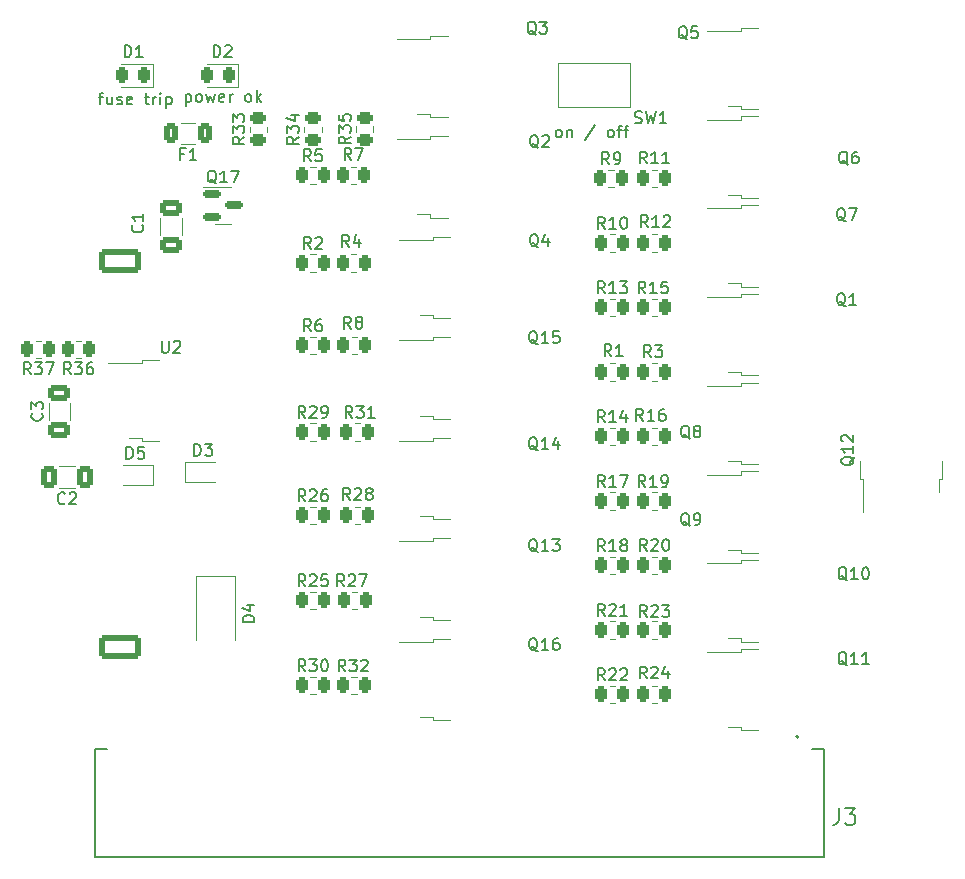
<source format=gbr>
%TF.GenerationSoftware,KiCad,Pcbnew,(6.0.10)*%
%TF.CreationDate,2023-03-20T01:14:19-04:00*%
%TF.ProjectId,pwm_pcb_larger,70776d5f-7063-4625-9f6c-61726765722e,rev?*%
%TF.SameCoordinates,Original*%
%TF.FileFunction,Legend,Top*%
%TF.FilePolarity,Positive*%
%FSLAX46Y46*%
G04 Gerber Fmt 4.6, Leading zero omitted, Abs format (unit mm)*
G04 Created by KiCad (PCBNEW (6.0.10)) date 2023-03-20 01:14:19*
%MOMM*%
%LPD*%
G01*
G04 APERTURE LIST*
G04 Aperture macros list*
%AMRoundRect*
0 Rectangle with rounded corners*
0 $1 Rounding radius*
0 $2 $3 $4 $5 $6 $7 $8 $9 X,Y pos of 4 corners*
0 Add a 4 corners polygon primitive as box body*
4,1,4,$2,$3,$4,$5,$6,$7,$8,$9,$2,$3,0*
0 Add four circle primitives for the rounded corners*
1,1,$1+$1,$2,$3*
1,1,$1+$1,$4,$5*
1,1,$1+$1,$6,$7*
1,1,$1+$1,$8,$9*
0 Add four rect primitives between the rounded corners*
20,1,$1+$1,$2,$3,$4,$5,0*
20,1,$1+$1,$4,$5,$6,$7,0*
20,1,$1+$1,$6,$7,$8,$9,0*
20,1,$1+$1,$8,$9,$2,$3,0*%
G04 Aperture macros list end*
%ADD10C,0.150000*%
%ADD11C,0.120000*%
%ADD12C,0.127000*%
%ADD13C,0.200000*%
%ADD14RoundRect,0.243750X0.243750X0.456250X-0.243750X0.456250X-0.243750X-0.456250X0.243750X-0.456250X0*%
%ADD15R,2.100000X2.100000*%
%ADD16C,2.100000*%
%ADD17RoundRect,0.250000X-0.262500X-0.450000X0.262500X-0.450000X0.262500X0.450000X-0.262500X0.450000X0*%
%ADD18RoundRect,0.250000X0.412500X0.650000X-0.412500X0.650000X-0.412500X-0.650000X0.412500X-0.650000X0*%
%ADD19RoundRect,0.250000X0.262500X0.450000X-0.262500X0.450000X-0.262500X-0.450000X0.262500X-0.450000X0*%
%ADD20RoundRect,0.250000X0.450000X-0.262500X0.450000X0.262500X-0.450000X0.262500X-0.450000X-0.262500X0*%
%ADD21R,2.200000X1.200000*%
%ADD22R,6.400000X5.800000*%
%ADD23C,3.200000*%
%ADD24R,0.600000X0.450000*%
%ADD25RoundRect,0.250000X0.650000X-0.412500X0.650000X0.412500X-0.650000X0.412500X-0.650000X-0.412500X0*%
%ADD26RoundRect,0.150000X-0.587500X-0.150000X0.587500X-0.150000X0.587500X0.150000X-0.587500X0.150000X0*%
%ADD27R,1.200000X2.200000*%
%ADD28R,5.800000X6.400000*%
%ADD29R,1.800000X2.500000*%
%ADD30R,1.500000X1.500000*%
%ADD31RoundRect,0.250000X0.375000X0.625000X-0.375000X0.625000X-0.375000X-0.625000X0.375000X-0.625000X0*%
%ADD32RoundRect,0.249999X1.550001X-0.790001X1.550001X0.790001X-1.550001X0.790001X-1.550001X-0.790001X0*%
%ADD33O,3.600000X2.080000*%
%ADD34R,1.524000X1.524000*%
%ADD35C,1.524000*%
G04 APERTURE END LIST*
D10*
X96057142Y-54785714D02*
X96438095Y-54785714D01*
X96200000Y-55452380D02*
X96200000Y-54595238D01*
X96247619Y-54500000D01*
X96342857Y-54452380D01*
X96438095Y-54452380D01*
X97200000Y-54785714D02*
X97200000Y-55452380D01*
X96771428Y-54785714D02*
X96771428Y-55309523D01*
X96819047Y-55404761D01*
X96914285Y-55452380D01*
X97057142Y-55452380D01*
X97152380Y-55404761D01*
X97200000Y-55357142D01*
X97628571Y-55404761D02*
X97723809Y-55452380D01*
X97914285Y-55452380D01*
X98009523Y-55404761D01*
X98057142Y-55309523D01*
X98057142Y-55261904D01*
X98009523Y-55166666D01*
X97914285Y-55119047D01*
X97771428Y-55119047D01*
X97676190Y-55071428D01*
X97628571Y-54976190D01*
X97628571Y-54928571D01*
X97676190Y-54833333D01*
X97771428Y-54785714D01*
X97914285Y-54785714D01*
X98009523Y-54833333D01*
X98866666Y-55404761D02*
X98771428Y-55452380D01*
X98580952Y-55452380D01*
X98485714Y-55404761D01*
X98438095Y-55309523D01*
X98438095Y-54928571D01*
X98485714Y-54833333D01*
X98580952Y-54785714D01*
X98771428Y-54785714D01*
X98866666Y-54833333D01*
X98914285Y-54928571D01*
X98914285Y-55023809D01*
X98438095Y-55119047D01*
X99961904Y-54785714D02*
X100342857Y-54785714D01*
X100104761Y-54452380D02*
X100104761Y-55309523D01*
X100152380Y-55404761D01*
X100247619Y-55452380D01*
X100342857Y-55452380D01*
X100676190Y-55452380D02*
X100676190Y-54785714D01*
X100676190Y-54976190D02*
X100723809Y-54880952D01*
X100771428Y-54833333D01*
X100866666Y-54785714D01*
X100961904Y-54785714D01*
X101295238Y-55452380D02*
X101295238Y-54785714D01*
X101295238Y-54452380D02*
X101247619Y-54500000D01*
X101295238Y-54547619D01*
X101342857Y-54500000D01*
X101295238Y-54452380D01*
X101295238Y-54547619D01*
X101771428Y-54785714D02*
X101771428Y-55785714D01*
X101771428Y-54833333D02*
X101866666Y-54785714D01*
X102057142Y-54785714D01*
X102152380Y-54833333D01*
X102200000Y-54880952D01*
X102247619Y-54976190D01*
X102247619Y-55261904D01*
X102200000Y-55357142D01*
X102152380Y-55404761D01*
X102057142Y-55452380D01*
X101866666Y-55452380D01*
X101771428Y-55404761D01*
X134966666Y-58252380D02*
X134871428Y-58204761D01*
X134823809Y-58157142D01*
X134776190Y-58061904D01*
X134776190Y-57776190D01*
X134823809Y-57680952D01*
X134871428Y-57633333D01*
X134966666Y-57585714D01*
X135109523Y-57585714D01*
X135204761Y-57633333D01*
X135252380Y-57680952D01*
X135300000Y-57776190D01*
X135300000Y-58061904D01*
X135252380Y-58157142D01*
X135204761Y-58204761D01*
X135109523Y-58252380D01*
X134966666Y-58252380D01*
X135728571Y-57585714D02*
X135728571Y-58252380D01*
X135728571Y-57680952D02*
X135776190Y-57633333D01*
X135871428Y-57585714D01*
X136014285Y-57585714D01*
X136109523Y-57633333D01*
X136157142Y-57728571D01*
X136157142Y-58252380D01*
X138109523Y-57204761D02*
X137252380Y-58490476D01*
X139347619Y-58252380D02*
X139252380Y-58204761D01*
X139204761Y-58157142D01*
X139157142Y-58061904D01*
X139157142Y-57776190D01*
X139204761Y-57680952D01*
X139252380Y-57633333D01*
X139347619Y-57585714D01*
X139490476Y-57585714D01*
X139585714Y-57633333D01*
X139633333Y-57680952D01*
X139680952Y-57776190D01*
X139680952Y-58061904D01*
X139633333Y-58157142D01*
X139585714Y-58204761D01*
X139490476Y-58252380D01*
X139347619Y-58252380D01*
X139966666Y-57585714D02*
X140347619Y-57585714D01*
X140109523Y-58252380D02*
X140109523Y-57395238D01*
X140157142Y-57300000D01*
X140252380Y-57252380D01*
X140347619Y-57252380D01*
X140538095Y-57585714D02*
X140919047Y-57585714D01*
X140680952Y-58252380D02*
X140680952Y-57395238D01*
X140728571Y-57300000D01*
X140823809Y-57252380D01*
X140919047Y-57252380D01*
X103433333Y-54585714D02*
X103433333Y-55585714D01*
X103433333Y-54633333D02*
X103528571Y-54585714D01*
X103719047Y-54585714D01*
X103814285Y-54633333D01*
X103861904Y-54680952D01*
X103909523Y-54776190D01*
X103909523Y-55061904D01*
X103861904Y-55157142D01*
X103814285Y-55204761D01*
X103719047Y-55252380D01*
X103528571Y-55252380D01*
X103433333Y-55204761D01*
X104480952Y-55252380D02*
X104385714Y-55204761D01*
X104338095Y-55157142D01*
X104290476Y-55061904D01*
X104290476Y-54776190D01*
X104338095Y-54680952D01*
X104385714Y-54633333D01*
X104480952Y-54585714D01*
X104623809Y-54585714D01*
X104719047Y-54633333D01*
X104766666Y-54680952D01*
X104814285Y-54776190D01*
X104814285Y-55061904D01*
X104766666Y-55157142D01*
X104719047Y-55204761D01*
X104623809Y-55252380D01*
X104480952Y-55252380D01*
X105147619Y-54585714D02*
X105338095Y-55252380D01*
X105528571Y-54776190D01*
X105719047Y-55252380D01*
X105909523Y-54585714D01*
X106671428Y-55204761D02*
X106576190Y-55252380D01*
X106385714Y-55252380D01*
X106290476Y-55204761D01*
X106242857Y-55109523D01*
X106242857Y-54728571D01*
X106290476Y-54633333D01*
X106385714Y-54585714D01*
X106576190Y-54585714D01*
X106671428Y-54633333D01*
X106719047Y-54728571D01*
X106719047Y-54823809D01*
X106242857Y-54919047D01*
X107147619Y-55252380D02*
X107147619Y-54585714D01*
X107147619Y-54776190D02*
X107195238Y-54680952D01*
X107242857Y-54633333D01*
X107338095Y-54585714D01*
X107433333Y-54585714D01*
X108671428Y-55252380D02*
X108576190Y-55204761D01*
X108528571Y-55157142D01*
X108480952Y-55061904D01*
X108480952Y-54776190D01*
X108528571Y-54680952D01*
X108576190Y-54633333D01*
X108671428Y-54585714D01*
X108814285Y-54585714D01*
X108909523Y-54633333D01*
X108957142Y-54680952D01*
X109004761Y-54776190D01*
X109004761Y-55061904D01*
X108957142Y-55157142D01*
X108909523Y-55204761D01*
X108814285Y-55252380D01*
X108671428Y-55252380D01*
X109433333Y-55252380D02*
X109433333Y-54252380D01*
X109528571Y-54871428D02*
X109814285Y-55252380D01*
X109814285Y-54585714D02*
X109433333Y-54966666D01*
%TO.C,D2*%
X105804404Y-51452380D02*
X105804404Y-50452380D01*
X106042500Y-50452380D01*
X106185357Y-50500000D01*
X106280595Y-50595238D01*
X106328214Y-50690476D01*
X106375833Y-50880952D01*
X106375833Y-51023809D01*
X106328214Y-51214285D01*
X106280595Y-51309523D01*
X106185357Y-51404761D01*
X106042500Y-51452380D01*
X105804404Y-51452380D01*
X106756785Y-50547619D02*
X106804404Y-50500000D01*
X106899642Y-50452380D01*
X107137738Y-50452380D01*
X107232976Y-50500000D01*
X107280595Y-50547619D01*
X107328214Y-50642857D01*
X107328214Y-50738095D01*
X107280595Y-50880952D01*
X106709166Y-51452380D01*
X107328214Y-51452380D01*
%TO.C,D1*%
X98261904Y-51452380D02*
X98261904Y-50452380D01*
X98500000Y-50452380D01*
X98642857Y-50500000D01*
X98738095Y-50595238D01*
X98785714Y-50690476D01*
X98833333Y-50880952D01*
X98833333Y-51023809D01*
X98785714Y-51214285D01*
X98738095Y-51309523D01*
X98642857Y-51404761D01*
X98500000Y-51452380D01*
X98261904Y-51452380D01*
X99785714Y-51452380D02*
X99214285Y-51452380D01*
X99500000Y-51452380D02*
X99500000Y-50452380D01*
X99404761Y-50595238D01*
X99309523Y-50690476D01*
X99214285Y-50738095D01*
%TO.C,J3*%
X158733333Y-115033333D02*
X158733333Y-116033333D01*
X158666666Y-116233333D01*
X158533333Y-116366666D01*
X158333333Y-116433333D01*
X158200000Y-116433333D01*
X159266666Y-115033333D02*
X160133333Y-115033333D01*
X159666666Y-115566666D01*
X159866666Y-115566666D01*
X160000000Y-115633333D01*
X160066666Y-115700000D01*
X160133333Y-115833333D01*
X160133333Y-116166666D01*
X160066666Y-116300000D01*
X160000000Y-116366666D01*
X159866666Y-116433333D01*
X159466666Y-116433333D01*
X159333333Y-116366666D01*
X159266666Y-116300000D01*
%TO.C,R13*%
X138906642Y-71446380D02*
X138573309Y-70970190D01*
X138335214Y-71446380D02*
X138335214Y-70446380D01*
X138716166Y-70446380D01*
X138811404Y-70494000D01*
X138859023Y-70541619D01*
X138906642Y-70636857D01*
X138906642Y-70779714D01*
X138859023Y-70874952D01*
X138811404Y-70922571D01*
X138716166Y-70970190D01*
X138335214Y-70970190D01*
X139859023Y-71446380D02*
X139287595Y-71446380D01*
X139573309Y-71446380D02*
X139573309Y-70446380D01*
X139478071Y-70589238D01*
X139382833Y-70684476D01*
X139287595Y-70732095D01*
X140192357Y-70446380D02*
X140811404Y-70446380D01*
X140478071Y-70827333D01*
X140620928Y-70827333D01*
X140716166Y-70874952D01*
X140763785Y-70922571D01*
X140811404Y-71017809D01*
X140811404Y-71255904D01*
X140763785Y-71351142D01*
X140716166Y-71398761D01*
X140620928Y-71446380D01*
X140335214Y-71446380D01*
X140239976Y-71398761D01*
X140192357Y-71351142D01*
%TO.C,C2*%
X93220833Y-89207142D02*
X93173214Y-89254761D01*
X93030357Y-89302380D01*
X92935119Y-89302380D01*
X92792261Y-89254761D01*
X92697023Y-89159523D01*
X92649404Y-89064285D01*
X92601785Y-88873809D01*
X92601785Y-88730952D01*
X92649404Y-88540476D01*
X92697023Y-88445238D01*
X92792261Y-88350000D01*
X92935119Y-88302380D01*
X93030357Y-88302380D01*
X93173214Y-88350000D01*
X93220833Y-88397619D01*
X93601785Y-88397619D02*
X93649404Y-88350000D01*
X93744642Y-88302380D01*
X93982738Y-88302380D01*
X94077976Y-88350000D01*
X94125595Y-88397619D01*
X94173214Y-88492857D01*
X94173214Y-88588095D01*
X94125595Y-88730952D01*
X93554166Y-89302380D01*
X94173214Y-89302380D01*
%TO.C,R26*%
X113561142Y-89057080D02*
X113227809Y-88580890D01*
X112989714Y-89057080D02*
X112989714Y-88057080D01*
X113370666Y-88057080D01*
X113465904Y-88104700D01*
X113513523Y-88152319D01*
X113561142Y-88247557D01*
X113561142Y-88390414D01*
X113513523Y-88485652D01*
X113465904Y-88533271D01*
X113370666Y-88580890D01*
X112989714Y-88580890D01*
X113942095Y-88152319D02*
X113989714Y-88104700D01*
X114084952Y-88057080D01*
X114323047Y-88057080D01*
X114418285Y-88104700D01*
X114465904Y-88152319D01*
X114513523Y-88247557D01*
X114513523Y-88342795D01*
X114465904Y-88485652D01*
X113894476Y-89057080D01*
X114513523Y-89057080D01*
X115370666Y-88057080D02*
X115180190Y-88057080D01*
X115084952Y-88104700D01*
X115037333Y-88152319D01*
X114942095Y-88295176D01*
X114894476Y-88485652D01*
X114894476Y-88866604D01*
X114942095Y-88961842D01*
X114989714Y-89009461D01*
X115084952Y-89057080D01*
X115275428Y-89057080D01*
X115370666Y-89009461D01*
X115418285Y-88961842D01*
X115465904Y-88866604D01*
X115465904Y-88628509D01*
X115418285Y-88533271D01*
X115370666Y-88485652D01*
X115275428Y-88438033D01*
X115084952Y-88438033D01*
X114989714Y-88485652D01*
X114942095Y-88533271D01*
X114894476Y-88628509D01*
%TO.C,R12*%
X142557142Y-65852380D02*
X142223809Y-65376190D01*
X141985714Y-65852380D02*
X141985714Y-64852380D01*
X142366666Y-64852380D01*
X142461904Y-64900000D01*
X142509523Y-64947619D01*
X142557142Y-65042857D01*
X142557142Y-65185714D01*
X142509523Y-65280952D01*
X142461904Y-65328571D01*
X142366666Y-65376190D01*
X141985714Y-65376190D01*
X143509523Y-65852380D02*
X142938095Y-65852380D01*
X143223809Y-65852380D02*
X143223809Y-64852380D01*
X143128571Y-64995238D01*
X143033333Y-65090476D01*
X142938095Y-65138095D01*
X143890476Y-64947619D02*
X143938095Y-64900000D01*
X144033333Y-64852380D01*
X144271428Y-64852380D01*
X144366666Y-64900000D01*
X144414285Y-64947619D01*
X144461904Y-65042857D01*
X144461904Y-65138095D01*
X144414285Y-65280952D01*
X143842857Y-65852380D01*
X144461904Y-65852380D01*
%TO.C,R7*%
X117466333Y-60142380D02*
X117133000Y-59666190D01*
X116894904Y-60142380D02*
X116894904Y-59142380D01*
X117275857Y-59142380D01*
X117371095Y-59190000D01*
X117418714Y-59237619D01*
X117466333Y-59332857D01*
X117466333Y-59475714D01*
X117418714Y-59570952D01*
X117371095Y-59618571D01*
X117275857Y-59666190D01*
X116894904Y-59666190D01*
X117799666Y-59142380D02*
X118466333Y-59142380D01*
X118037761Y-60142380D01*
%TO.C,R30*%
X113561142Y-103450380D02*
X113227809Y-102974190D01*
X112989714Y-103450380D02*
X112989714Y-102450380D01*
X113370666Y-102450380D01*
X113465904Y-102498000D01*
X113513523Y-102545619D01*
X113561142Y-102640857D01*
X113561142Y-102783714D01*
X113513523Y-102878952D01*
X113465904Y-102926571D01*
X113370666Y-102974190D01*
X112989714Y-102974190D01*
X113894476Y-102450380D02*
X114513523Y-102450380D01*
X114180190Y-102831333D01*
X114323047Y-102831333D01*
X114418285Y-102878952D01*
X114465904Y-102926571D01*
X114513523Y-103021809D01*
X114513523Y-103259904D01*
X114465904Y-103355142D01*
X114418285Y-103402761D01*
X114323047Y-103450380D01*
X114037333Y-103450380D01*
X113942095Y-103402761D01*
X113894476Y-103355142D01*
X115132571Y-102450380D02*
X115227809Y-102450380D01*
X115323047Y-102498000D01*
X115370666Y-102545619D01*
X115418285Y-102640857D01*
X115465904Y-102831333D01*
X115465904Y-103069428D01*
X115418285Y-103259904D01*
X115370666Y-103355142D01*
X115323047Y-103402761D01*
X115227809Y-103450380D01*
X115132571Y-103450380D01*
X115037333Y-103402761D01*
X114989714Y-103355142D01*
X114942095Y-103259904D01*
X114894476Y-103069428D01*
X114894476Y-102831333D01*
X114942095Y-102640857D01*
X114989714Y-102545619D01*
X115037333Y-102498000D01*
X115132571Y-102450380D01*
%TO.C,R17*%
X138906642Y-87829380D02*
X138573309Y-87353190D01*
X138335214Y-87829380D02*
X138335214Y-86829380D01*
X138716166Y-86829380D01*
X138811404Y-86877000D01*
X138859023Y-86924619D01*
X138906642Y-87019857D01*
X138906642Y-87162714D01*
X138859023Y-87257952D01*
X138811404Y-87305571D01*
X138716166Y-87353190D01*
X138335214Y-87353190D01*
X139859023Y-87829380D02*
X139287595Y-87829380D01*
X139573309Y-87829380D02*
X139573309Y-86829380D01*
X139478071Y-86972238D01*
X139382833Y-87067476D01*
X139287595Y-87115095D01*
X140192357Y-86829380D02*
X140859023Y-86829380D01*
X140430452Y-87829380D01*
%TO.C,R35*%
X117402380Y-58173857D02*
X116926190Y-58507190D01*
X117402380Y-58745285D02*
X116402380Y-58745285D01*
X116402380Y-58364333D01*
X116450000Y-58269095D01*
X116497619Y-58221476D01*
X116592857Y-58173857D01*
X116735714Y-58173857D01*
X116830952Y-58221476D01*
X116878571Y-58269095D01*
X116926190Y-58364333D01*
X116926190Y-58745285D01*
X116402380Y-57840523D02*
X116402380Y-57221476D01*
X116783333Y-57554809D01*
X116783333Y-57411952D01*
X116830952Y-57316714D01*
X116878571Y-57269095D01*
X116973809Y-57221476D01*
X117211904Y-57221476D01*
X117307142Y-57269095D01*
X117354761Y-57316714D01*
X117402380Y-57411952D01*
X117402380Y-57697666D01*
X117354761Y-57792904D01*
X117307142Y-57840523D01*
X116402380Y-56316714D02*
X116402380Y-56792904D01*
X116878571Y-56840523D01*
X116830952Y-56792904D01*
X116783333Y-56697666D01*
X116783333Y-56459571D01*
X116830952Y-56364333D01*
X116878571Y-56316714D01*
X116973809Y-56269095D01*
X117211904Y-56269095D01*
X117307142Y-56316714D01*
X117354761Y-56364333D01*
X117402380Y-56459571D01*
X117402380Y-56697666D01*
X117354761Y-56792904D01*
X117307142Y-56840523D01*
%TO.C,R25*%
X113561142Y-96253680D02*
X113227809Y-95777490D01*
X112989714Y-96253680D02*
X112989714Y-95253680D01*
X113370666Y-95253680D01*
X113465904Y-95301300D01*
X113513523Y-95348919D01*
X113561142Y-95444157D01*
X113561142Y-95587014D01*
X113513523Y-95682252D01*
X113465904Y-95729871D01*
X113370666Y-95777490D01*
X112989714Y-95777490D01*
X113942095Y-95348919D02*
X113989714Y-95301300D01*
X114084952Y-95253680D01*
X114323047Y-95253680D01*
X114418285Y-95301300D01*
X114465904Y-95348919D01*
X114513523Y-95444157D01*
X114513523Y-95539395D01*
X114465904Y-95682252D01*
X113894476Y-96253680D01*
X114513523Y-96253680D01*
X115418285Y-95253680D02*
X114942095Y-95253680D01*
X114894476Y-95729871D01*
X114942095Y-95682252D01*
X115037333Y-95634633D01*
X115275428Y-95634633D01*
X115370666Y-95682252D01*
X115418285Y-95729871D01*
X115465904Y-95825109D01*
X115465904Y-96063204D01*
X115418285Y-96158442D01*
X115370666Y-96206061D01*
X115275428Y-96253680D01*
X115037333Y-96253680D01*
X114942095Y-96206061D01*
X114894476Y-96158442D01*
%TO.C,Q1*%
X159304761Y-72547619D02*
X159209523Y-72500000D01*
X159114285Y-72404761D01*
X158971428Y-72261904D01*
X158876190Y-72214285D01*
X158780952Y-72214285D01*
X158828571Y-72452380D02*
X158733333Y-72404761D01*
X158638095Y-72309523D01*
X158590476Y-72119047D01*
X158590476Y-71785714D01*
X158638095Y-71595238D01*
X158733333Y-71500000D01*
X158828571Y-71452380D01*
X159019047Y-71452380D01*
X159114285Y-71500000D01*
X159209523Y-71595238D01*
X159257142Y-71785714D01*
X159257142Y-72119047D01*
X159209523Y-72309523D01*
X159114285Y-72404761D01*
X159019047Y-72452380D01*
X158828571Y-72452380D01*
X160209523Y-72452380D02*
X159638095Y-72452380D01*
X159923809Y-72452380D02*
X159923809Y-71452380D01*
X159828571Y-71595238D01*
X159733333Y-71690476D01*
X159638095Y-71738095D01*
%TO.C,R11*%
X142462642Y-60452380D02*
X142129309Y-59976190D01*
X141891214Y-60452380D02*
X141891214Y-59452380D01*
X142272166Y-59452380D01*
X142367404Y-59500000D01*
X142415023Y-59547619D01*
X142462642Y-59642857D01*
X142462642Y-59785714D01*
X142415023Y-59880952D01*
X142367404Y-59928571D01*
X142272166Y-59976190D01*
X141891214Y-59976190D01*
X143415023Y-60452380D02*
X142843595Y-60452380D01*
X143129309Y-60452380D02*
X143129309Y-59452380D01*
X143034071Y-59595238D01*
X142938833Y-59690476D01*
X142843595Y-59738095D01*
X144367404Y-60452380D02*
X143795976Y-60452380D01*
X144081690Y-60452380D02*
X144081690Y-59452380D01*
X143986452Y-59595238D01*
X143891214Y-59690476D01*
X143795976Y-59738095D01*
%TO.C,D3*%
X104161904Y-85202380D02*
X104161904Y-84202380D01*
X104400000Y-84202380D01*
X104542857Y-84250000D01*
X104638095Y-84345238D01*
X104685714Y-84440476D01*
X104733333Y-84630952D01*
X104733333Y-84773809D01*
X104685714Y-84964285D01*
X104638095Y-85059523D01*
X104542857Y-85154761D01*
X104400000Y-85202380D01*
X104161904Y-85202380D01*
X105066666Y-84202380D02*
X105685714Y-84202380D01*
X105352380Y-84583333D01*
X105495238Y-84583333D01*
X105590476Y-84630952D01*
X105638095Y-84678571D01*
X105685714Y-84773809D01*
X105685714Y-85011904D01*
X105638095Y-85107142D01*
X105590476Y-85154761D01*
X105495238Y-85202380D01*
X105209523Y-85202380D01*
X105114285Y-85154761D01*
X105066666Y-85107142D01*
%TO.C,C1*%
X99763142Y-65674166D02*
X99810761Y-65721785D01*
X99858380Y-65864642D01*
X99858380Y-65959880D01*
X99810761Y-66102738D01*
X99715523Y-66197976D01*
X99620285Y-66245595D01*
X99429809Y-66293214D01*
X99286952Y-66293214D01*
X99096476Y-66245595D01*
X99001238Y-66197976D01*
X98906000Y-66102738D01*
X98858380Y-65959880D01*
X98858380Y-65864642D01*
X98906000Y-65721785D01*
X98953619Y-65674166D01*
X99858380Y-64721785D02*
X99858380Y-65293214D01*
X99858380Y-65007500D02*
X98858380Y-65007500D01*
X99001238Y-65102738D01*
X99096476Y-65197976D01*
X99144095Y-65293214D01*
%TO.C,Q17*%
X106028571Y-62147619D02*
X105933333Y-62100000D01*
X105838095Y-62004761D01*
X105695238Y-61861904D01*
X105600000Y-61814285D01*
X105504761Y-61814285D01*
X105552380Y-62052380D02*
X105457142Y-62004761D01*
X105361904Y-61909523D01*
X105314285Y-61719047D01*
X105314285Y-61385714D01*
X105361904Y-61195238D01*
X105457142Y-61100000D01*
X105552380Y-61052380D01*
X105742857Y-61052380D01*
X105838095Y-61100000D01*
X105933333Y-61195238D01*
X105980952Y-61385714D01*
X105980952Y-61719047D01*
X105933333Y-61909523D01*
X105838095Y-62004761D01*
X105742857Y-62052380D01*
X105552380Y-62052380D01*
X106933333Y-62052380D02*
X106361904Y-62052380D01*
X106647619Y-62052380D02*
X106647619Y-61052380D01*
X106552380Y-61195238D01*
X106457142Y-61290476D01*
X106361904Y-61338095D01*
X107266666Y-61052380D02*
X107933333Y-61052380D01*
X107504761Y-62052380D01*
%TO.C,R14*%
X138906642Y-82368380D02*
X138573309Y-81892190D01*
X138335214Y-82368380D02*
X138335214Y-81368380D01*
X138716166Y-81368380D01*
X138811404Y-81416000D01*
X138859023Y-81463619D01*
X138906642Y-81558857D01*
X138906642Y-81701714D01*
X138859023Y-81796952D01*
X138811404Y-81844571D01*
X138716166Y-81892190D01*
X138335214Y-81892190D01*
X139859023Y-82368380D02*
X139287595Y-82368380D01*
X139573309Y-82368380D02*
X139573309Y-81368380D01*
X139478071Y-81511238D01*
X139382833Y-81606476D01*
X139287595Y-81654095D01*
X140716166Y-81701714D02*
X140716166Y-82368380D01*
X140478071Y-81320761D02*
X140239976Y-82035047D01*
X140859023Y-82035047D01*
%TO.C,R37*%
X90307142Y-78302380D02*
X89973809Y-77826190D01*
X89735714Y-78302380D02*
X89735714Y-77302380D01*
X90116666Y-77302380D01*
X90211904Y-77350000D01*
X90259523Y-77397619D01*
X90307142Y-77492857D01*
X90307142Y-77635714D01*
X90259523Y-77730952D01*
X90211904Y-77778571D01*
X90116666Y-77826190D01*
X89735714Y-77826190D01*
X90640476Y-77302380D02*
X91259523Y-77302380D01*
X90926190Y-77683333D01*
X91069047Y-77683333D01*
X91164285Y-77730952D01*
X91211904Y-77778571D01*
X91259523Y-77873809D01*
X91259523Y-78111904D01*
X91211904Y-78207142D01*
X91164285Y-78254761D01*
X91069047Y-78302380D01*
X90783333Y-78302380D01*
X90688095Y-78254761D01*
X90640476Y-78207142D01*
X91592857Y-77302380D02*
X92259523Y-77302380D01*
X91830952Y-78302380D01*
%TO.C,R36*%
X93707142Y-78302380D02*
X93373809Y-77826190D01*
X93135714Y-78302380D02*
X93135714Y-77302380D01*
X93516666Y-77302380D01*
X93611904Y-77350000D01*
X93659523Y-77397619D01*
X93707142Y-77492857D01*
X93707142Y-77635714D01*
X93659523Y-77730952D01*
X93611904Y-77778571D01*
X93516666Y-77826190D01*
X93135714Y-77826190D01*
X94040476Y-77302380D02*
X94659523Y-77302380D01*
X94326190Y-77683333D01*
X94469047Y-77683333D01*
X94564285Y-77730952D01*
X94611904Y-77778571D01*
X94659523Y-77873809D01*
X94659523Y-78111904D01*
X94611904Y-78207142D01*
X94564285Y-78254761D01*
X94469047Y-78302380D01*
X94183333Y-78302380D01*
X94088095Y-78254761D01*
X94040476Y-78207142D01*
X95516666Y-77302380D02*
X95326190Y-77302380D01*
X95230952Y-77350000D01*
X95183333Y-77397619D01*
X95088095Y-77540476D01*
X95040476Y-77730952D01*
X95040476Y-78111904D01*
X95088095Y-78207142D01*
X95135714Y-78254761D01*
X95230952Y-78302380D01*
X95421428Y-78302380D01*
X95516666Y-78254761D01*
X95564285Y-78207142D01*
X95611904Y-78111904D01*
X95611904Y-77873809D01*
X95564285Y-77778571D01*
X95516666Y-77730952D01*
X95421428Y-77683333D01*
X95230952Y-77683333D01*
X95135714Y-77730952D01*
X95088095Y-77778571D01*
X95040476Y-77873809D01*
%TO.C,R29*%
X113561142Y-81997880D02*
X113227809Y-81521690D01*
X112989714Y-81997880D02*
X112989714Y-80997880D01*
X113370666Y-80997880D01*
X113465904Y-81045500D01*
X113513523Y-81093119D01*
X113561142Y-81188357D01*
X113561142Y-81331214D01*
X113513523Y-81426452D01*
X113465904Y-81474071D01*
X113370666Y-81521690D01*
X112989714Y-81521690D01*
X113942095Y-81093119D02*
X113989714Y-81045500D01*
X114084952Y-80997880D01*
X114323047Y-80997880D01*
X114418285Y-81045500D01*
X114465904Y-81093119D01*
X114513523Y-81188357D01*
X114513523Y-81283595D01*
X114465904Y-81426452D01*
X113894476Y-81997880D01*
X114513523Y-81997880D01*
X114989714Y-81997880D02*
X115180190Y-81997880D01*
X115275428Y-81950261D01*
X115323047Y-81902642D01*
X115418285Y-81759785D01*
X115465904Y-81569309D01*
X115465904Y-81188357D01*
X115418285Y-81093119D01*
X115370666Y-81045500D01*
X115275428Y-80997880D01*
X115084952Y-80997880D01*
X114989714Y-81045500D01*
X114942095Y-81093119D01*
X114894476Y-81188357D01*
X114894476Y-81426452D01*
X114942095Y-81521690D01*
X114989714Y-81569309D01*
X115084952Y-81616928D01*
X115275428Y-81616928D01*
X115370666Y-81569309D01*
X115418285Y-81521690D01*
X115465904Y-81426452D01*
%TO.C,Q15*%
X133228571Y-75747619D02*
X133133333Y-75700000D01*
X133038095Y-75604761D01*
X132895238Y-75461904D01*
X132800000Y-75414285D01*
X132704761Y-75414285D01*
X132752380Y-75652380D02*
X132657142Y-75604761D01*
X132561904Y-75509523D01*
X132514285Y-75319047D01*
X132514285Y-74985714D01*
X132561904Y-74795238D01*
X132657142Y-74700000D01*
X132752380Y-74652380D01*
X132942857Y-74652380D01*
X133038095Y-74700000D01*
X133133333Y-74795238D01*
X133180952Y-74985714D01*
X133180952Y-75319047D01*
X133133333Y-75509523D01*
X133038095Y-75604761D01*
X132942857Y-75652380D01*
X132752380Y-75652380D01*
X134133333Y-75652380D02*
X133561904Y-75652380D01*
X133847619Y-75652380D02*
X133847619Y-74652380D01*
X133752380Y-74795238D01*
X133657142Y-74890476D01*
X133561904Y-74938095D01*
X135038095Y-74652380D02*
X134561904Y-74652380D01*
X134514285Y-75128571D01*
X134561904Y-75080952D01*
X134657142Y-75033333D01*
X134895238Y-75033333D01*
X134990476Y-75080952D01*
X135038095Y-75128571D01*
X135085714Y-75223809D01*
X135085714Y-75461904D01*
X135038095Y-75557142D01*
X134990476Y-75604761D01*
X134895238Y-75652380D01*
X134657142Y-75652380D01*
X134561904Y-75604761D01*
X134514285Y-75557142D01*
%TO.C,D5*%
X98411904Y-85452380D02*
X98411904Y-84452380D01*
X98650000Y-84452380D01*
X98792857Y-84500000D01*
X98888095Y-84595238D01*
X98935714Y-84690476D01*
X98983333Y-84880952D01*
X98983333Y-85023809D01*
X98935714Y-85214285D01*
X98888095Y-85309523D01*
X98792857Y-85404761D01*
X98650000Y-85452380D01*
X98411904Y-85452380D01*
X99888095Y-84452380D02*
X99411904Y-84452380D01*
X99364285Y-84928571D01*
X99411904Y-84880952D01*
X99507142Y-84833333D01*
X99745238Y-84833333D01*
X99840476Y-84880952D01*
X99888095Y-84928571D01*
X99935714Y-85023809D01*
X99935714Y-85261904D01*
X99888095Y-85357142D01*
X99840476Y-85404761D01*
X99745238Y-85452380D01*
X99507142Y-85452380D01*
X99411904Y-85404761D01*
X99364285Y-85357142D01*
%TO.C,R8*%
X117435333Y-74437014D02*
X117102000Y-73960824D01*
X116863904Y-74437014D02*
X116863904Y-73437014D01*
X117244857Y-73437014D01*
X117340095Y-73484634D01*
X117387714Y-73532253D01*
X117435333Y-73627491D01*
X117435333Y-73770348D01*
X117387714Y-73865586D01*
X117340095Y-73913205D01*
X117244857Y-73960824D01*
X116863904Y-73960824D01*
X118006761Y-73865586D02*
X117911523Y-73817967D01*
X117863904Y-73770348D01*
X117816285Y-73675110D01*
X117816285Y-73627491D01*
X117863904Y-73532253D01*
X117911523Y-73484634D01*
X118006761Y-73437014D01*
X118197238Y-73437014D01*
X118292476Y-73484634D01*
X118340095Y-73532253D01*
X118387714Y-73627491D01*
X118387714Y-73675110D01*
X118340095Y-73770348D01*
X118292476Y-73817967D01*
X118197238Y-73865586D01*
X118006761Y-73865586D01*
X117911523Y-73913205D01*
X117863904Y-73960824D01*
X117816285Y-74056062D01*
X117816285Y-74246538D01*
X117863904Y-74341776D01*
X117911523Y-74389395D01*
X118006761Y-74437014D01*
X118197238Y-74437014D01*
X118292476Y-74389395D01*
X118340095Y-74341776D01*
X118387714Y-74246538D01*
X118387714Y-74056062D01*
X118340095Y-73960824D01*
X118292476Y-73913205D01*
X118197238Y-73865586D01*
%TO.C,Q16*%
X133228571Y-101747619D02*
X133133333Y-101700000D01*
X133038095Y-101604761D01*
X132895238Y-101461904D01*
X132800000Y-101414285D01*
X132704761Y-101414285D01*
X132752380Y-101652380D02*
X132657142Y-101604761D01*
X132561904Y-101509523D01*
X132514285Y-101319047D01*
X132514285Y-100985714D01*
X132561904Y-100795238D01*
X132657142Y-100700000D01*
X132752380Y-100652380D01*
X132942857Y-100652380D01*
X133038095Y-100700000D01*
X133133333Y-100795238D01*
X133180952Y-100985714D01*
X133180952Y-101319047D01*
X133133333Y-101509523D01*
X133038095Y-101604761D01*
X132942857Y-101652380D01*
X132752380Y-101652380D01*
X134133333Y-101652380D02*
X133561904Y-101652380D01*
X133847619Y-101652380D02*
X133847619Y-100652380D01*
X133752380Y-100795238D01*
X133657142Y-100890476D01*
X133561904Y-100938095D01*
X134990476Y-100652380D02*
X134800000Y-100652380D01*
X134704761Y-100700000D01*
X134657142Y-100747619D01*
X134561904Y-100890476D01*
X134514285Y-101080952D01*
X134514285Y-101461904D01*
X134561904Y-101557142D01*
X134609523Y-101604761D01*
X134704761Y-101652380D01*
X134895238Y-101652380D01*
X134990476Y-101604761D01*
X135038095Y-101557142D01*
X135085714Y-101461904D01*
X135085714Y-101223809D01*
X135038095Y-101128571D01*
X134990476Y-101080952D01*
X134895238Y-101033333D01*
X134704761Y-101033333D01*
X134609523Y-101080952D01*
X134561904Y-101128571D01*
X134514285Y-101223809D01*
%TO.C,Q3*%
X133104761Y-49547619D02*
X133009523Y-49500000D01*
X132914285Y-49404761D01*
X132771428Y-49261904D01*
X132676190Y-49214285D01*
X132580952Y-49214285D01*
X132628571Y-49452380D02*
X132533333Y-49404761D01*
X132438095Y-49309523D01*
X132390476Y-49119047D01*
X132390476Y-48785714D01*
X132438095Y-48595238D01*
X132533333Y-48500000D01*
X132628571Y-48452380D01*
X132819047Y-48452380D01*
X132914285Y-48500000D01*
X133009523Y-48595238D01*
X133057142Y-48785714D01*
X133057142Y-49119047D01*
X133009523Y-49309523D01*
X132914285Y-49404761D01*
X132819047Y-49452380D01*
X132628571Y-49452380D01*
X133390476Y-48452380D02*
X134009523Y-48452380D01*
X133676190Y-48833333D01*
X133819047Y-48833333D01*
X133914285Y-48880952D01*
X133961904Y-48928571D01*
X134009523Y-49023809D01*
X134009523Y-49261904D01*
X133961904Y-49357142D01*
X133914285Y-49404761D01*
X133819047Y-49452380D01*
X133533333Y-49452380D01*
X133438095Y-49404761D01*
X133390476Y-49357142D01*
%TO.C,Q9*%
X146104761Y-91147619D02*
X146009523Y-91100000D01*
X145914285Y-91004761D01*
X145771428Y-90861904D01*
X145676190Y-90814285D01*
X145580952Y-90814285D01*
X145628571Y-91052380D02*
X145533333Y-91004761D01*
X145438095Y-90909523D01*
X145390476Y-90719047D01*
X145390476Y-90385714D01*
X145438095Y-90195238D01*
X145533333Y-90100000D01*
X145628571Y-90052380D01*
X145819047Y-90052380D01*
X145914285Y-90100000D01*
X146009523Y-90195238D01*
X146057142Y-90385714D01*
X146057142Y-90719047D01*
X146009523Y-90909523D01*
X145914285Y-91004761D01*
X145819047Y-91052380D01*
X145628571Y-91052380D01*
X146533333Y-91052380D02*
X146723809Y-91052380D01*
X146819047Y-91004761D01*
X146866666Y-90957142D01*
X146961904Y-90814285D01*
X147009523Y-90623809D01*
X147009523Y-90242857D01*
X146961904Y-90147619D01*
X146914285Y-90100000D01*
X146819047Y-90052380D01*
X146628571Y-90052380D01*
X146533333Y-90100000D01*
X146485714Y-90147619D01*
X146438095Y-90242857D01*
X146438095Y-90480952D01*
X146485714Y-90576190D01*
X146533333Y-90623809D01*
X146628571Y-90671428D01*
X146819047Y-90671428D01*
X146914285Y-90623809D01*
X146961904Y-90576190D01*
X147009523Y-90480952D01*
%TO.C,Q13*%
X133228571Y-93347619D02*
X133133333Y-93300000D01*
X133038095Y-93204761D01*
X132895238Y-93061904D01*
X132800000Y-93014285D01*
X132704761Y-93014285D01*
X132752380Y-93252380D02*
X132657142Y-93204761D01*
X132561904Y-93109523D01*
X132514285Y-92919047D01*
X132514285Y-92585714D01*
X132561904Y-92395238D01*
X132657142Y-92300000D01*
X132752380Y-92252380D01*
X132942857Y-92252380D01*
X133038095Y-92300000D01*
X133133333Y-92395238D01*
X133180952Y-92585714D01*
X133180952Y-92919047D01*
X133133333Y-93109523D01*
X133038095Y-93204761D01*
X132942857Y-93252380D01*
X132752380Y-93252380D01*
X134133333Y-93252380D02*
X133561904Y-93252380D01*
X133847619Y-93252380D02*
X133847619Y-92252380D01*
X133752380Y-92395238D01*
X133657142Y-92490476D01*
X133561904Y-92538095D01*
X134466666Y-92252380D02*
X135085714Y-92252380D01*
X134752380Y-92633333D01*
X134895238Y-92633333D01*
X134990476Y-92680952D01*
X135038095Y-92728571D01*
X135085714Y-92823809D01*
X135085714Y-93061904D01*
X135038095Y-93157142D01*
X134990476Y-93204761D01*
X134895238Y-93252380D01*
X134609523Y-93252380D01*
X134514285Y-93204761D01*
X134466666Y-93157142D01*
%TO.C,R20*%
X142462642Y-93252380D02*
X142129309Y-92776190D01*
X141891214Y-93252380D02*
X141891214Y-92252380D01*
X142272166Y-92252380D01*
X142367404Y-92300000D01*
X142415023Y-92347619D01*
X142462642Y-92442857D01*
X142462642Y-92585714D01*
X142415023Y-92680952D01*
X142367404Y-92728571D01*
X142272166Y-92776190D01*
X141891214Y-92776190D01*
X142843595Y-92347619D02*
X142891214Y-92300000D01*
X142986452Y-92252380D01*
X143224547Y-92252380D01*
X143319785Y-92300000D01*
X143367404Y-92347619D01*
X143415023Y-92442857D01*
X143415023Y-92538095D01*
X143367404Y-92680952D01*
X142795976Y-93252380D01*
X143415023Y-93252380D01*
X144034071Y-92252380D02*
X144129309Y-92252380D01*
X144224547Y-92300000D01*
X144272166Y-92347619D01*
X144319785Y-92442857D01*
X144367404Y-92633333D01*
X144367404Y-92871428D01*
X144319785Y-93061904D01*
X144272166Y-93157142D01*
X144224547Y-93204761D01*
X144129309Y-93252380D01*
X144034071Y-93252380D01*
X143938833Y-93204761D01*
X143891214Y-93157142D01*
X143843595Y-93061904D01*
X143795976Y-92871428D01*
X143795976Y-92633333D01*
X143843595Y-92442857D01*
X143891214Y-92347619D01*
X143938833Y-92300000D01*
X144034071Y-92252380D01*
%TO.C,R10*%
X138906642Y-65985380D02*
X138573309Y-65509190D01*
X138335214Y-65985380D02*
X138335214Y-64985380D01*
X138716166Y-64985380D01*
X138811404Y-65033000D01*
X138859023Y-65080619D01*
X138906642Y-65175857D01*
X138906642Y-65318714D01*
X138859023Y-65413952D01*
X138811404Y-65461571D01*
X138716166Y-65509190D01*
X138335214Y-65509190D01*
X139859023Y-65985380D02*
X139287595Y-65985380D01*
X139573309Y-65985380D02*
X139573309Y-64985380D01*
X139478071Y-65128238D01*
X139382833Y-65223476D01*
X139287595Y-65271095D01*
X140478071Y-64985380D02*
X140573309Y-64985380D01*
X140668547Y-65033000D01*
X140716166Y-65080619D01*
X140763785Y-65175857D01*
X140811404Y-65366333D01*
X140811404Y-65604428D01*
X140763785Y-65794904D01*
X140716166Y-65890142D01*
X140668547Y-65937761D01*
X140573309Y-65985380D01*
X140478071Y-65985380D01*
X140382833Y-65937761D01*
X140335214Y-65890142D01*
X140287595Y-65794904D01*
X140239976Y-65604428D01*
X140239976Y-65366333D01*
X140287595Y-65175857D01*
X140335214Y-65080619D01*
X140382833Y-65033000D01*
X140478071Y-64985380D01*
%TO.C,R16*%
X142157142Y-82252380D02*
X141823809Y-81776190D01*
X141585714Y-82252380D02*
X141585714Y-81252380D01*
X141966666Y-81252380D01*
X142061904Y-81300000D01*
X142109523Y-81347619D01*
X142157142Y-81442857D01*
X142157142Y-81585714D01*
X142109523Y-81680952D01*
X142061904Y-81728571D01*
X141966666Y-81776190D01*
X141585714Y-81776190D01*
X143109523Y-82252380D02*
X142538095Y-82252380D01*
X142823809Y-82252380D02*
X142823809Y-81252380D01*
X142728571Y-81395238D01*
X142633333Y-81490476D01*
X142538095Y-81538095D01*
X143966666Y-81252380D02*
X143776190Y-81252380D01*
X143680952Y-81300000D01*
X143633333Y-81347619D01*
X143538095Y-81490476D01*
X143490476Y-81680952D01*
X143490476Y-82061904D01*
X143538095Y-82157142D01*
X143585714Y-82204761D01*
X143680952Y-82252380D01*
X143871428Y-82252380D01*
X143966666Y-82204761D01*
X144014285Y-82157142D01*
X144061904Y-82061904D01*
X144061904Y-81823809D01*
X144014285Y-81728571D01*
X143966666Y-81680952D01*
X143871428Y-81633333D01*
X143680952Y-81633333D01*
X143585714Y-81680952D01*
X143538095Y-81728571D01*
X143490476Y-81823809D01*
%TO.C,R33*%
X108402380Y-58197357D02*
X107926190Y-58530690D01*
X108402380Y-58768785D02*
X107402380Y-58768785D01*
X107402380Y-58387833D01*
X107450000Y-58292595D01*
X107497619Y-58244976D01*
X107592857Y-58197357D01*
X107735714Y-58197357D01*
X107830952Y-58244976D01*
X107878571Y-58292595D01*
X107926190Y-58387833D01*
X107926190Y-58768785D01*
X107402380Y-57864023D02*
X107402380Y-57244976D01*
X107783333Y-57578309D01*
X107783333Y-57435452D01*
X107830952Y-57340214D01*
X107878571Y-57292595D01*
X107973809Y-57244976D01*
X108211904Y-57244976D01*
X108307142Y-57292595D01*
X108354761Y-57340214D01*
X108402380Y-57435452D01*
X108402380Y-57721166D01*
X108354761Y-57816404D01*
X108307142Y-57864023D01*
X107402380Y-56911642D02*
X107402380Y-56292595D01*
X107783333Y-56625928D01*
X107783333Y-56483071D01*
X107830952Y-56387833D01*
X107878571Y-56340214D01*
X107973809Y-56292595D01*
X108211904Y-56292595D01*
X108307142Y-56340214D01*
X108354761Y-56387833D01*
X108402380Y-56483071D01*
X108402380Y-56768785D01*
X108354761Y-56864023D01*
X108307142Y-56911642D01*
%TO.C,Q12*%
X160047619Y-85271428D02*
X160000000Y-85366666D01*
X159904761Y-85461904D01*
X159761904Y-85604761D01*
X159714285Y-85700000D01*
X159714285Y-85795238D01*
X159952380Y-85747619D02*
X159904761Y-85842857D01*
X159809523Y-85938095D01*
X159619047Y-85985714D01*
X159285714Y-85985714D01*
X159095238Y-85938095D01*
X159000000Y-85842857D01*
X158952380Y-85747619D01*
X158952380Y-85557142D01*
X159000000Y-85461904D01*
X159095238Y-85366666D01*
X159285714Y-85319047D01*
X159619047Y-85319047D01*
X159809523Y-85366666D01*
X159904761Y-85461904D01*
X159952380Y-85557142D01*
X159952380Y-85747619D01*
X159952380Y-84366666D02*
X159952380Y-84938095D01*
X159952380Y-84652380D02*
X158952380Y-84652380D01*
X159095238Y-84747619D01*
X159190476Y-84842857D01*
X159238095Y-84938095D01*
X159047619Y-83985714D02*
X159000000Y-83938095D01*
X158952380Y-83842857D01*
X158952380Y-83604761D01*
X159000000Y-83509523D01*
X159047619Y-83461904D01*
X159142857Y-83414285D01*
X159238095Y-83414285D01*
X159380952Y-83461904D01*
X159952380Y-84033333D01*
X159952380Y-83414285D01*
%TO.C,R28*%
X117357142Y-88952416D02*
X117023809Y-88476226D01*
X116785714Y-88952416D02*
X116785714Y-87952416D01*
X117166666Y-87952416D01*
X117261904Y-88000036D01*
X117309523Y-88047655D01*
X117357142Y-88142893D01*
X117357142Y-88285750D01*
X117309523Y-88380988D01*
X117261904Y-88428607D01*
X117166666Y-88476226D01*
X116785714Y-88476226D01*
X117738095Y-88047655D02*
X117785714Y-88000036D01*
X117880952Y-87952416D01*
X118119047Y-87952416D01*
X118214285Y-88000036D01*
X118261904Y-88047655D01*
X118309523Y-88142893D01*
X118309523Y-88238131D01*
X118261904Y-88380988D01*
X117690476Y-88952416D01*
X118309523Y-88952416D01*
X118880952Y-88380988D02*
X118785714Y-88333369D01*
X118738095Y-88285750D01*
X118690476Y-88190512D01*
X118690476Y-88142893D01*
X118738095Y-88047655D01*
X118785714Y-88000036D01*
X118880952Y-87952416D01*
X119071428Y-87952416D01*
X119166666Y-88000036D01*
X119214285Y-88047655D01*
X119261904Y-88142893D01*
X119261904Y-88190512D01*
X119214285Y-88285750D01*
X119166666Y-88333369D01*
X119071428Y-88380988D01*
X118880952Y-88380988D01*
X118785714Y-88428607D01*
X118738095Y-88476226D01*
X118690476Y-88571464D01*
X118690476Y-88761940D01*
X118738095Y-88857178D01*
X118785714Y-88904797D01*
X118880952Y-88952416D01*
X119071428Y-88952416D01*
X119166666Y-88904797D01*
X119214285Y-88857178D01*
X119261904Y-88761940D01*
X119261904Y-88571464D01*
X119214285Y-88476226D01*
X119166666Y-88428607D01*
X119071428Y-88380988D01*
%TO.C,Q6*%
X159504761Y-60547619D02*
X159409523Y-60500000D01*
X159314285Y-60404761D01*
X159171428Y-60261904D01*
X159076190Y-60214285D01*
X158980952Y-60214285D01*
X159028571Y-60452380D02*
X158933333Y-60404761D01*
X158838095Y-60309523D01*
X158790476Y-60119047D01*
X158790476Y-59785714D01*
X158838095Y-59595238D01*
X158933333Y-59500000D01*
X159028571Y-59452380D01*
X159219047Y-59452380D01*
X159314285Y-59500000D01*
X159409523Y-59595238D01*
X159457142Y-59785714D01*
X159457142Y-60119047D01*
X159409523Y-60309523D01*
X159314285Y-60404761D01*
X159219047Y-60452380D01*
X159028571Y-60452380D01*
X160314285Y-59452380D02*
X160123809Y-59452380D01*
X160028571Y-59500000D01*
X159980952Y-59547619D01*
X159885714Y-59690476D01*
X159838095Y-59880952D01*
X159838095Y-60261904D01*
X159885714Y-60357142D01*
X159933333Y-60404761D01*
X160028571Y-60452380D01*
X160219047Y-60452380D01*
X160314285Y-60404761D01*
X160361904Y-60357142D01*
X160409523Y-60261904D01*
X160409523Y-60023809D01*
X160361904Y-59928571D01*
X160314285Y-59880952D01*
X160219047Y-59833333D01*
X160028571Y-59833333D01*
X159933333Y-59880952D01*
X159885714Y-59928571D01*
X159838095Y-60023809D01*
%TO.C,Q4*%
X133304761Y-67547619D02*
X133209523Y-67500000D01*
X133114285Y-67404761D01*
X132971428Y-67261904D01*
X132876190Y-67214285D01*
X132780952Y-67214285D01*
X132828571Y-67452380D02*
X132733333Y-67404761D01*
X132638095Y-67309523D01*
X132590476Y-67119047D01*
X132590476Y-66785714D01*
X132638095Y-66595238D01*
X132733333Y-66500000D01*
X132828571Y-66452380D01*
X133019047Y-66452380D01*
X133114285Y-66500000D01*
X133209523Y-66595238D01*
X133257142Y-66785714D01*
X133257142Y-67119047D01*
X133209523Y-67309523D01*
X133114285Y-67404761D01*
X133019047Y-67452380D01*
X132828571Y-67452380D01*
X134114285Y-66785714D02*
X134114285Y-67452380D01*
X133876190Y-66404761D02*
X133638095Y-67119047D01*
X134257142Y-67119047D01*
%TO.C,R18*%
X138906642Y-93290380D02*
X138573309Y-92814190D01*
X138335214Y-93290380D02*
X138335214Y-92290380D01*
X138716166Y-92290380D01*
X138811404Y-92338000D01*
X138859023Y-92385619D01*
X138906642Y-92480857D01*
X138906642Y-92623714D01*
X138859023Y-92718952D01*
X138811404Y-92766571D01*
X138716166Y-92814190D01*
X138335214Y-92814190D01*
X139859023Y-93290380D02*
X139287595Y-93290380D01*
X139573309Y-93290380D02*
X139573309Y-92290380D01*
X139478071Y-92433238D01*
X139382833Y-92528476D01*
X139287595Y-92576095D01*
X140430452Y-92718952D02*
X140335214Y-92671333D01*
X140287595Y-92623714D01*
X140239976Y-92528476D01*
X140239976Y-92480857D01*
X140287595Y-92385619D01*
X140335214Y-92338000D01*
X140430452Y-92290380D01*
X140620928Y-92290380D01*
X140716166Y-92338000D01*
X140763785Y-92385619D01*
X140811404Y-92480857D01*
X140811404Y-92528476D01*
X140763785Y-92623714D01*
X140716166Y-92671333D01*
X140620928Y-92718952D01*
X140430452Y-92718952D01*
X140335214Y-92766571D01*
X140287595Y-92814190D01*
X140239976Y-92909428D01*
X140239976Y-93099904D01*
X140287595Y-93195142D01*
X140335214Y-93242761D01*
X140430452Y-93290380D01*
X140620928Y-93290380D01*
X140716166Y-93242761D01*
X140763785Y-93195142D01*
X140811404Y-93099904D01*
X140811404Y-92909428D01*
X140763785Y-92814190D01*
X140716166Y-92766571D01*
X140620928Y-92718952D01*
%TO.C,D4*%
X109252380Y-99284095D02*
X108252380Y-99284095D01*
X108252380Y-99046000D01*
X108300000Y-98903142D01*
X108395238Y-98807904D01*
X108490476Y-98760285D01*
X108680952Y-98712666D01*
X108823809Y-98712666D01*
X109014285Y-98760285D01*
X109109523Y-98807904D01*
X109204761Y-98903142D01*
X109252380Y-99046000D01*
X109252380Y-99284095D01*
X108585714Y-97855523D02*
X109252380Y-97855523D01*
X108204761Y-98093619D02*
X108919047Y-98331714D01*
X108919047Y-97712666D01*
%TO.C,Q5*%
X145904761Y-49947619D02*
X145809523Y-49900000D01*
X145714285Y-49804761D01*
X145571428Y-49661904D01*
X145476190Y-49614285D01*
X145380952Y-49614285D01*
X145428571Y-49852380D02*
X145333333Y-49804761D01*
X145238095Y-49709523D01*
X145190476Y-49519047D01*
X145190476Y-49185714D01*
X145238095Y-48995238D01*
X145333333Y-48900000D01*
X145428571Y-48852380D01*
X145619047Y-48852380D01*
X145714285Y-48900000D01*
X145809523Y-48995238D01*
X145857142Y-49185714D01*
X145857142Y-49519047D01*
X145809523Y-49709523D01*
X145714285Y-49804761D01*
X145619047Y-49852380D01*
X145428571Y-49852380D01*
X146761904Y-48852380D02*
X146285714Y-48852380D01*
X146238095Y-49328571D01*
X146285714Y-49280952D01*
X146380952Y-49233333D01*
X146619047Y-49233333D01*
X146714285Y-49280952D01*
X146761904Y-49328571D01*
X146809523Y-49423809D01*
X146809523Y-49661904D01*
X146761904Y-49757142D01*
X146714285Y-49804761D01*
X146619047Y-49852380D01*
X146380952Y-49852380D01*
X146285714Y-49804761D01*
X146238095Y-49757142D01*
%TO.C,R6*%
X114037333Y-74663680D02*
X113704000Y-74187490D01*
X113465904Y-74663680D02*
X113465904Y-73663680D01*
X113846857Y-73663680D01*
X113942095Y-73711300D01*
X113989714Y-73758919D01*
X114037333Y-73854157D01*
X114037333Y-73997014D01*
X113989714Y-74092252D01*
X113942095Y-74139871D01*
X113846857Y-74187490D01*
X113465904Y-74187490D01*
X114894476Y-73663680D02*
X114704000Y-73663680D01*
X114608761Y-73711300D01*
X114561142Y-73758919D01*
X114465904Y-73901776D01*
X114418285Y-74092252D01*
X114418285Y-74473204D01*
X114465904Y-74568442D01*
X114513523Y-74616061D01*
X114608761Y-74663680D01*
X114799238Y-74663680D01*
X114894476Y-74616061D01*
X114942095Y-74568442D01*
X114989714Y-74473204D01*
X114989714Y-74235109D01*
X114942095Y-74139871D01*
X114894476Y-74092252D01*
X114799238Y-74044633D01*
X114608761Y-74044633D01*
X114513523Y-74092252D01*
X114465904Y-74139871D01*
X114418285Y-74235109D01*
%TO.C,R31*%
X117543706Y-81986381D02*
X117210373Y-81510191D01*
X116972278Y-81986381D02*
X116972278Y-80986381D01*
X117353230Y-80986381D01*
X117448468Y-81034001D01*
X117496087Y-81081620D01*
X117543706Y-81176858D01*
X117543706Y-81319715D01*
X117496087Y-81414953D01*
X117448468Y-81462572D01*
X117353230Y-81510191D01*
X116972278Y-81510191D01*
X117877040Y-80986381D02*
X118496087Y-80986381D01*
X118162754Y-81367334D01*
X118305611Y-81367334D01*
X118400849Y-81414953D01*
X118448468Y-81462572D01*
X118496087Y-81557810D01*
X118496087Y-81795905D01*
X118448468Y-81891143D01*
X118400849Y-81938762D01*
X118305611Y-81986381D01*
X118019897Y-81986381D01*
X117924659Y-81938762D01*
X117877040Y-81891143D01*
X119448468Y-81986381D02*
X118877040Y-81986381D01*
X119162754Y-81986381D02*
X119162754Y-80986381D01*
X119067516Y-81129239D01*
X118972278Y-81224477D01*
X118877040Y-81272096D01*
%TO.C,Q10*%
X159428571Y-95747619D02*
X159333333Y-95700000D01*
X159238095Y-95604761D01*
X159095238Y-95461904D01*
X159000000Y-95414285D01*
X158904761Y-95414285D01*
X158952380Y-95652380D02*
X158857142Y-95604761D01*
X158761904Y-95509523D01*
X158714285Y-95319047D01*
X158714285Y-94985714D01*
X158761904Y-94795238D01*
X158857142Y-94700000D01*
X158952380Y-94652380D01*
X159142857Y-94652380D01*
X159238095Y-94700000D01*
X159333333Y-94795238D01*
X159380952Y-94985714D01*
X159380952Y-95319047D01*
X159333333Y-95509523D01*
X159238095Y-95604761D01*
X159142857Y-95652380D01*
X158952380Y-95652380D01*
X160333333Y-95652380D02*
X159761904Y-95652380D01*
X160047619Y-95652380D02*
X160047619Y-94652380D01*
X159952380Y-94795238D01*
X159857142Y-94890476D01*
X159761904Y-94938095D01*
X160952380Y-94652380D02*
X161047619Y-94652380D01*
X161142857Y-94700000D01*
X161190476Y-94747619D01*
X161238095Y-94842857D01*
X161285714Y-95033333D01*
X161285714Y-95271428D01*
X161238095Y-95461904D01*
X161190476Y-95557142D01*
X161142857Y-95604761D01*
X161047619Y-95652380D01*
X160952380Y-95652380D01*
X160857142Y-95604761D01*
X160809523Y-95557142D01*
X160761904Y-95461904D01*
X160714285Y-95271428D01*
X160714285Y-95033333D01*
X160761904Y-94842857D01*
X160809523Y-94747619D01*
X160857142Y-94700000D01*
X160952380Y-94652380D01*
%TO.C,R15*%
X142357142Y-71452380D02*
X142023809Y-70976190D01*
X141785714Y-71452380D02*
X141785714Y-70452380D01*
X142166666Y-70452380D01*
X142261904Y-70500000D01*
X142309523Y-70547619D01*
X142357142Y-70642857D01*
X142357142Y-70785714D01*
X142309523Y-70880952D01*
X142261904Y-70928571D01*
X142166666Y-70976190D01*
X141785714Y-70976190D01*
X143309523Y-71452380D02*
X142738095Y-71452380D01*
X143023809Y-71452380D02*
X143023809Y-70452380D01*
X142928571Y-70595238D01*
X142833333Y-70690476D01*
X142738095Y-70738095D01*
X144214285Y-70452380D02*
X143738095Y-70452380D01*
X143690476Y-70928571D01*
X143738095Y-70880952D01*
X143833333Y-70833333D01*
X144071428Y-70833333D01*
X144166666Y-70880952D01*
X144214285Y-70928571D01*
X144261904Y-71023809D01*
X144261904Y-71261904D01*
X144214285Y-71357142D01*
X144166666Y-71404761D01*
X144071428Y-71452380D01*
X143833333Y-71452380D01*
X143738095Y-71404761D01*
X143690476Y-71357142D01*
%TO.C,R4*%
X117272269Y-67508347D02*
X116938936Y-67032157D01*
X116700840Y-67508347D02*
X116700840Y-66508347D01*
X117081793Y-66508347D01*
X117177031Y-66555967D01*
X117224650Y-66603586D01*
X117272269Y-66698824D01*
X117272269Y-66841681D01*
X117224650Y-66936919D01*
X117177031Y-66984538D01*
X117081793Y-67032157D01*
X116700840Y-67032157D01*
X118129412Y-66841681D02*
X118129412Y-67508347D01*
X117891316Y-66460728D02*
X117653221Y-67175014D01*
X118272269Y-67175014D01*
%TO.C,U2*%
X101413095Y-75477380D02*
X101413095Y-76286904D01*
X101460714Y-76382142D01*
X101508333Y-76429761D01*
X101603571Y-76477380D01*
X101794047Y-76477380D01*
X101889285Y-76429761D01*
X101936904Y-76382142D01*
X101984523Y-76286904D01*
X101984523Y-75477380D01*
X102413095Y-75572619D02*
X102460714Y-75525000D01*
X102555952Y-75477380D01*
X102794047Y-75477380D01*
X102889285Y-75525000D01*
X102936904Y-75572619D01*
X102984523Y-75667857D01*
X102984523Y-75763095D01*
X102936904Y-75905952D01*
X102365476Y-76477380D01*
X102984523Y-76477380D01*
%TO.C,R23*%
X142462642Y-98852380D02*
X142129309Y-98376190D01*
X141891214Y-98852380D02*
X141891214Y-97852380D01*
X142272166Y-97852380D01*
X142367404Y-97900000D01*
X142415023Y-97947619D01*
X142462642Y-98042857D01*
X142462642Y-98185714D01*
X142415023Y-98280952D01*
X142367404Y-98328571D01*
X142272166Y-98376190D01*
X141891214Y-98376190D01*
X142843595Y-97947619D02*
X142891214Y-97900000D01*
X142986452Y-97852380D01*
X143224547Y-97852380D01*
X143319785Y-97900000D01*
X143367404Y-97947619D01*
X143415023Y-98042857D01*
X143415023Y-98138095D01*
X143367404Y-98280952D01*
X142795976Y-98852380D01*
X143415023Y-98852380D01*
X143748357Y-97852380D02*
X144367404Y-97852380D01*
X144034071Y-98233333D01*
X144176928Y-98233333D01*
X144272166Y-98280952D01*
X144319785Y-98328571D01*
X144367404Y-98423809D01*
X144367404Y-98661904D01*
X144319785Y-98757142D01*
X144272166Y-98804761D01*
X144176928Y-98852380D01*
X143891214Y-98852380D01*
X143795976Y-98804761D01*
X143748357Y-98757142D01*
%TO.C,C3*%
X91257142Y-81604166D02*
X91304761Y-81651785D01*
X91352380Y-81794642D01*
X91352380Y-81889880D01*
X91304761Y-82032738D01*
X91209523Y-82127976D01*
X91114285Y-82175595D01*
X90923809Y-82223214D01*
X90780952Y-82223214D01*
X90590476Y-82175595D01*
X90495238Y-82127976D01*
X90400000Y-82032738D01*
X90352380Y-81889880D01*
X90352380Y-81794642D01*
X90400000Y-81651785D01*
X90447619Y-81604166D01*
X90352380Y-81270833D02*
X90352380Y-80651785D01*
X90733333Y-80985119D01*
X90733333Y-80842261D01*
X90780952Y-80747023D01*
X90828571Y-80699404D01*
X90923809Y-80651785D01*
X91161904Y-80651785D01*
X91257142Y-80699404D01*
X91304761Y-80747023D01*
X91352380Y-80842261D01*
X91352380Y-81127976D01*
X91304761Y-81223214D01*
X91257142Y-81270833D01*
%TO.C,Q8*%
X146104761Y-83747619D02*
X146009523Y-83700000D01*
X145914285Y-83604761D01*
X145771428Y-83461904D01*
X145676190Y-83414285D01*
X145580952Y-83414285D01*
X145628571Y-83652380D02*
X145533333Y-83604761D01*
X145438095Y-83509523D01*
X145390476Y-83319047D01*
X145390476Y-82985714D01*
X145438095Y-82795238D01*
X145533333Y-82700000D01*
X145628571Y-82652380D01*
X145819047Y-82652380D01*
X145914285Y-82700000D01*
X146009523Y-82795238D01*
X146057142Y-82985714D01*
X146057142Y-83319047D01*
X146009523Y-83509523D01*
X145914285Y-83604761D01*
X145819047Y-83652380D01*
X145628571Y-83652380D01*
X146628571Y-83080952D02*
X146533333Y-83033333D01*
X146485714Y-82985714D01*
X146438095Y-82890476D01*
X146438095Y-82842857D01*
X146485714Y-82747619D01*
X146533333Y-82700000D01*
X146628571Y-82652380D01*
X146819047Y-82652380D01*
X146914285Y-82700000D01*
X146961904Y-82747619D01*
X147009523Y-82842857D01*
X147009523Y-82890476D01*
X146961904Y-82985714D01*
X146914285Y-83033333D01*
X146819047Y-83080952D01*
X146628571Y-83080952D01*
X146533333Y-83128571D01*
X146485714Y-83176190D01*
X146438095Y-83271428D01*
X146438095Y-83461904D01*
X146485714Y-83557142D01*
X146533333Y-83604761D01*
X146628571Y-83652380D01*
X146819047Y-83652380D01*
X146914285Y-83604761D01*
X146961904Y-83557142D01*
X147009523Y-83461904D01*
X147009523Y-83271428D01*
X146961904Y-83176190D01*
X146914285Y-83128571D01*
X146819047Y-83080952D01*
%TO.C,R2*%
X114037333Y-67696180D02*
X113704000Y-67219990D01*
X113465904Y-67696180D02*
X113465904Y-66696180D01*
X113846857Y-66696180D01*
X113942095Y-66743800D01*
X113989714Y-66791419D01*
X114037333Y-66886657D01*
X114037333Y-67029514D01*
X113989714Y-67124752D01*
X113942095Y-67172371D01*
X113846857Y-67219990D01*
X113465904Y-67219990D01*
X114418285Y-66791419D02*
X114465904Y-66743800D01*
X114561142Y-66696180D01*
X114799238Y-66696180D01*
X114894476Y-66743800D01*
X114942095Y-66791419D01*
X114989714Y-66886657D01*
X114989714Y-66981895D01*
X114942095Y-67124752D01*
X114370666Y-67696180D01*
X114989714Y-67696180D01*
%TO.C,R5*%
X114037333Y-60270380D02*
X113704000Y-59794190D01*
X113465904Y-60270380D02*
X113465904Y-59270380D01*
X113846857Y-59270380D01*
X113942095Y-59318000D01*
X113989714Y-59365619D01*
X114037333Y-59460857D01*
X114037333Y-59603714D01*
X113989714Y-59698952D01*
X113942095Y-59746571D01*
X113846857Y-59794190D01*
X113465904Y-59794190D01*
X114942095Y-59270380D02*
X114465904Y-59270380D01*
X114418285Y-59746571D01*
X114465904Y-59698952D01*
X114561142Y-59651333D01*
X114799238Y-59651333D01*
X114894476Y-59698952D01*
X114942095Y-59746571D01*
X114989714Y-59841809D01*
X114989714Y-60079904D01*
X114942095Y-60175142D01*
X114894476Y-60222761D01*
X114799238Y-60270380D01*
X114561142Y-60270380D01*
X114465904Y-60222761D01*
X114418285Y-60175142D01*
%TO.C,R19*%
X142357142Y-87852380D02*
X142023809Y-87376190D01*
X141785714Y-87852380D02*
X141785714Y-86852380D01*
X142166666Y-86852380D01*
X142261904Y-86900000D01*
X142309523Y-86947619D01*
X142357142Y-87042857D01*
X142357142Y-87185714D01*
X142309523Y-87280952D01*
X142261904Y-87328571D01*
X142166666Y-87376190D01*
X141785714Y-87376190D01*
X143309523Y-87852380D02*
X142738095Y-87852380D01*
X143023809Y-87852380D02*
X143023809Y-86852380D01*
X142928571Y-86995238D01*
X142833333Y-87090476D01*
X142738095Y-87138095D01*
X143785714Y-87852380D02*
X143976190Y-87852380D01*
X144071428Y-87804761D01*
X144119047Y-87757142D01*
X144214285Y-87614285D01*
X144261904Y-87423809D01*
X144261904Y-87042857D01*
X144214285Y-86947619D01*
X144166666Y-86900000D01*
X144071428Y-86852380D01*
X143880952Y-86852380D01*
X143785714Y-86900000D01*
X143738095Y-86947619D01*
X143690476Y-87042857D01*
X143690476Y-87280952D01*
X143738095Y-87376190D01*
X143785714Y-87423809D01*
X143880952Y-87471428D01*
X144071428Y-87471428D01*
X144166666Y-87423809D01*
X144214285Y-87376190D01*
X144261904Y-87280952D01*
%TO.C,SW1*%
X141466666Y-57004761D02*
X141609523Y-57052380D01*
X141847619Y-57052380D01*
X141942857Y-57004761D01*
X141990476Y-56957142D01*
X142038095Y-56861904D01*
X142038095Y-56766666D01*
X141990476Y-56671428D01*
X141942857Y-56623809D01*
X141847619Y-56576190D01*
X141657142Y-56528571D01*
X141561904Y-56480952D01*
X141514285Y-56433333D01*
X141466666Y-56338095D01*
X141466666Y-56242857D01*
X141514285Y-56147619D01*
X141561904Y-56100000D01*
X141657142Y-56052380D01*
X141895238Y-56052380D01*
X142038095Y-56100000D01*
X142371428Y-56052380D02*
X142609523Y-57052380D01*
X142800000Y-56338095D01*
X142990476Y-57052380D01*
X143228571Y-56052380D01*
X144133333Y-57052380D02*
X143561904Y-57052380D01*
X143847619Y-57052380D02*
X143847619Y-56052380D01*
X143752380Y-56195238D01*
X143657142Y-56290476D01*
X143561904Y-56338095D01*
%TO.C,F1*%
X103298666Y-59660571D02*
X102965333Y-59660571D01*
X102965333Y-60184380D02*
X102965333Y-59184380D01*
X103441523Y-59184380D01*
X104346285Y-60184380D02*
X103774857Y-60184380D01*
X104060571Y-60184380D02*
X104060571Y-59184380D01*
X103965333Y-59327238D01*
X103870095Y-59422476D01*
X103774857Y-59470095D01*
%TO.C,Q11*%
X159428571Y-102947619D02*
X159333333Y-102900000D01*
X159238095Y-102804761D01*
X159095238Y-102661904D01*
X159000000Y-102614285D01*
X158904761Y-102614285D01*
X158952380Y-102852380D02*
X158857142Y-102804761D01*
X158761904Y-102709523D01*
X158714285Y-102519047D01*
X158714285Y-102185714D01*
X158761904Y-101995238D01*
X158857142Y-101900000D01*
X158952380Y-101852380D01*
X159142857Y-101852380D01*
X159238095Y-101900000D01*
X159333333Y-101995238D01*
X159380952Y-102185714D01*
X159380952Y-102519047D01*
X159333333Y-102709523D01*
X159238095Y-102804761D01*
X159142857Y-102852380D01*
X158952380Y-102852380D01*
X160333333Y-102852380D02*
X159761904Y-102852380D01*
X160047619Y-102852380D02*
X160047619Y-101852380D01*
X159952380Y-101995238D01*
X159857142Y-102090476D01*
X159761904Y-102138095D01*
X161285714Y-102852380D02*
X160714285Y-102852380D01*
X161000000Y-102852380D02*
X161000000Y-101852380D01*
X160904761Y-101995238D01*
X160809523Y-102090476D01*
X160714285Y-102138095D01*
%TO.C,Q7*%
X159304761Y-65347619D02*
X159209523Y-65300000D01*
X159114285Y-65204761D01*
X158971428Y-65061904D01*
X158876190Y-65014285D01*
X158780952Y-65014285D01*
X158828571Y-65252380D02*
X158733333Y-65204761D01*
X158638095Y-65109523D01*
X158590476Y-64919047D01*
X158590476Y-64585714D01*
X158638095Y-64395238D01*
X158733333Y-64300000D01*
X158828571Y-64252380D01*
X159019047Y-64252380D01*
X159114285Y-64300000D01*
X159209523Y-64395238D01*
X159257142Y-64585714D01*
X159257142Y-64919047D01*
X159209523Y-65109523D01*
X159114285Y-65204761D01*
X159019047Y-65252380D01*
X158828571Y-65252380D01*
X159590476Y-64252380D02*
X160257142Y-64252380D01*
X159828571Y-65252380D01*
%TO.C,Q2*%
X133304761Y-59147619D02*
X133209523Y-59100000D01*
X133114285Y-59004761D01*
X132971428Y-58861904D01*
X132876190Y-58814285D01*
X132780952Y-58814285D01*
X132828571Y-59052380D02*
X132733333Y-59004761D01*
X132638095Y-58909523D01*
X132590476Y-58719047D01*
X132590476Y-58385714D01*
X132638095Y-58195238D01*
X132733333Y-58100000D01*
X132828571Y-58052380D01*
X133019047Y-58052380D01*
X133114285Y-58100000D01*
X133209523Y-58195238D01*
X133257142Y-58385714D01*
X133257142Y-58719047D01*
X133209523Y-58909523D01*
X133114285Y-59004761D01*
X133019047Y-59052380D01*
X132828571Y-59052380D01*
X133638095Y-58147619D02*
X133685714Y-58100000D01*
X133780952Y-58052380D01*
X134019047Y-58052380D01*
X134114285Y-58100000D01*
X134161904Y-58147619D01*
X134209523Y-58242857D01*
X134209523Y-58338095D01*
X134161904Y-58480952D01*
X133590476Y-59052380D01*
X134209523Y-59052380D01*
%TO.C,R34*%
X113002380Y-58197357D02*
X112526190Y-58530690D01*
X113002380Y-58768785D02*
X112002380Y-58768785D01*
X112002380Y-58387833D01*
X112050000Y-58292595D01*
X112097619Y-58244976D01*
X112192857Y-58197357D01*
X112335714Y-58197357D01*
X112430952Y-58244976D01*
X112478571Y-58292595D01*
X112526190Y-58387833D01*
X112526190Y-58768785D01*
X112002380Y-57864023D02*
X112002380Y-57244976D01*
X112383333Y-57578309D01*
X112383333Y-57435452D01*
X112430952Y-57340214D01*
X112478571Y-57292595D01*
X112573809Y-57244976D01*
X112811904Y-57244976D01*
X112907142Y-57292595D01*
X112954761Y-57340214D01*
X113002380Y-57435452D01*
X113002380Y-57721166D01*
X112954761Y-57816404D01*
X112907142Y-57864023D01*
X112335714Y-56387833D02*
X113002380Y-56387833D01*
X111954761Y-56625928D02*
X112669047Y-56864023D01*
X112669047Y-56244976D01*
%TO.C,R27*%
X116857142Y-96252350D02*
X116523809Y-95776160D01*
X116285714Y-96252350D02*
X116285714Y-95252350D01*
X116666666Y-95252350D01*
X116761904Y-95299970D01*
X116809523Y-95347589D01*
X116857142Y-95442827D01*
X116857142Y-95585684D01*
X116809523Y-95680922D01*
X116761904Y-95728541D01*
X116666666Y-95776160D01*
X116285714Y-95776160D01*
X117238095Y-95347589D02*
X117285714Y-95299970D01*
X117380952Y-95252350D01*
X117619047Y-95252350D01*
X117714285Y-95299970D01*
X117761904Y-95347589D01*
X117809523Y-95442827D01*
X117809523Y-95538065D01*
X117761904Y-95680922D01*
X117190476Y-96252350D01*
X117809523Y-96252350D01*
X118142857Y-95252350D02*
X118809523Y-95252350D01*
X118380952Y-96252350D01*
%TO.C,R32*%
X116957142Y-103452380D02*
X116623809Y-102976190D01*
X116385714Y-103452380D02*
X116385714Y-102452380D01*
X116766666Y-102452380D01*
X116861904Y-102500000D01*
X116909523Y-102547619D01*
X116957142Y-102642857D01*
X116957142Y-102785714D01*
X116909523Y-102880952D01*
X116861904Y-102928571D01*
X116766666Y-102976190D01*
X116385714Y-102976190D01*
X117290476Y-102452380D02*
X117909523Y-102452380D01*
X117576190Y-102833333D01*
X117719047Y-102833333D01*
X117814285Y-102880952D01*
X117861904Y-102928571D01*
X117909523Y-103023809D01*
X117909523Y-103261904D01*
X117861904Y-103357142D01*
X117814285Y-103404761D01*
X117719047Y-103452380D01*
X117433333Y-103452380D01*
X117338095Y-103404761D01*
X117290476Y-103357142D01*
X118290476Y-102547619D02*
X118338095Y-102500000D01*
X118433333Y-102452380D01*
X118671428Y-102452380D01*
X118766666Y-102500000D01*
X118814285Y-102547619D01*
X118861904Y-102642857D01*
X118861904Y-102738095D01*
X118814285Y-102880952D01*
X118242857Y-103452380D01*
X118861904Y-103452380D01*
%TO.C,R22*%
X138906642Y-104212380D02*
X138573309Y-103736190D01*
X138335214Y-104212380D02*
X138335214Y-103212380D01*
X138716166Y-103212380D01*
X138811404Y-103260000D01*
X138859023Y-103307619D01*
X138906642Y-103402857D01*
X138906642Y-103545714D01*
X138859023Y-103640952D01*
X138811404Y-103688571D01*
X138716166Y-103736190D01*
X138335214Y-103736190D01*
X139287595Y-103307619D02*
X139335214Y-103260000D01*
X139430452Y-103212380D01*
X139668547Y-103212380D01*
X139763785Y-103260000D01*
X139811404Y-103307619D01*
X139859023Y-103402857D01*
X139859023Y-103498095D01*
X139811404Y-103640952D01*
X139239976Y-104212380D01*
X139859023Y-104212380D01*
X140239976Y-103307619D02*
X140287595Y-103260000D01*
X140382833Y-103212380D01*
X140620928Y-103212380D01*
X140716166Y-103260000D01*
X140763785Y-103307619D01*
X140811404Y-103402857D01*
X140811404Y-103498095D01*
X140763785Y-103640952D01*
X140192357Y-104212380D01*
X140811404Y-104212380D01*
%TO.C,Q14*%
X133228571Y-84747619D02*
X133133333Y-84700000D01*
X133038095Y-84604761D01*
X132895238Y-84461904D01*
X132800000Y-84414285D01*
X132704761Y-84414285D01*
X132752380Y-84652380D02*
X132657142Y-84604761D01*
X132561904Y-84509523D01*
X132514285Y-84319047D01*
X132514285Y-83985714D01*
X132561904Y-83795238D01*
X132657142Y-83700000D01*
X132752380Y-83652380D01*
X132942857Y-83652380D01*
X133038095Y-83700000D01*
X133133333Y-83795238D01*
X133180952Y-83985714D01*
X133180952Y-84319047D01*
X133133333Y-84509523D01*
X133038095Y-84604761D01*
X132942857Y-84652380D01*
X132752380Y-84652380D01*
X134133333Y-84652380D02*
X133561904Y-84652380D01*
X133847619Y-84652380D02*
X133847619Y-83652380D01*
X133752380Y-83795238D01*
X133657142Y-83890476D01*
X133561904Y-83938095D01*
X134990476Y-83985714D02*
X134990476Y-84652380D01*
X134752380Y-83604761D02*
X134514285Y-84319047D01*
X135133333Y-84319047D01*
%TO.C,R24*%
X142462642Y-104052380D02*
X142129309Y-103576190D01*
X141891214Y-104052380D02*
X141891214Y-103052380D01*
X142272166Y-103052380D01*
X142367404Y-103100000D01*
X142415023Y-103147619D01*
X142462642Y-103242857D01*
X142462642Y-103385714D01*
X142415023Y-103480952D01*
X142367404Y-103528571D01*
X142272166Y-103576190D01*
X141891214Y-103576190D01*
X142843595Y-103147619D02*
X142891214Y-103100000D01*
X142986452Y-103052380D01*
X143224547Y-103052380D01*
X143319785Y-103100000D01*
X143367404Y-103147619D01*
X143415023Y-103242857D01*
X143415023Y-103338095D01*
X143367404Y-103480952D01*
X142795976Y-104052380D01*
X143415023Y-104052380D01*
X144272166Y-103385714D02*
X144272166Y-104052380D01*
X144034071Y-103004761D02*
X143795976Y-103719047D01*
X144415023Y-103719047D01*
%TO.C,R1*%
X139472333Y-76774380D02*
X139139000Y-76298190D01*
X138900904Y-76774380D02*
X138900904Y-75774380D01*
X139281857Y-75774380D01*
X139377095Y-75822000D01*
X139424714Y-75869619D01*
X139472333Y-75964857D01*
X139472333Y-76107714D01*
X139424714Y-76202952D01*
X139377095Y-76250571D01*
X139281857Y-76298190D01*
X138900904Y-76298190D01*
X140424714Y-76774380D02*
X139853285Y-76774380D01*
X140139000Y-76774380D02*
X140139000Y-75774380D01*
X140043761Y-75917238D01*
X139948523Y-76012476D01*
X139853285Y-76060095D01*
%TO.C,R3*%
X142833333Y-76852380D02*
X142500000Y-76376190D01*
X142261904Y-76852380D02*
X142261904Y-75852380D01*
X142642857Y-75852380D01*
X142738095Y-75900000D01*
X142785714Y-75947619D01*
X142833333Y-76042857D01*
X142833333Y-76185714D01*
X142785714Y-76280952D01*
X142738095Y-76328571D01*
X142642857Y-76376190D01*
X142261904Y-76376190D01*
X143166666Y-75852380D02*
X143785714Y-75852380D01*
X143452380Y-76233333D01*
X143595238Y-76233333D01*
X143690476Y-76280952D01*
X143738095Y-76328571D01*
X143785714Y-76423809D01*
X143785714Y-76661904D01*
X143738095Y-76757142D01*
X143690476Y-76804761D01*
X143595238Y-76852380D01*
X143309523Y-76852380D01*
X143214285Y-76804761D01*
X143166666Y-76757142D01*
%TO.C,R21*%
X138906642Y-98751380D02*
X138573309Y-98275190D01*
X138335214Y-98751380D02*
X138335214Y-97751380D01*
X138716166Y-97751380D01*
X138811404Y-97799000D01*
X138859023Y-97846619D01*
X138906642Y-97941857D01*
X138906642Y-98084714D01*
X138859023Y-98179952D01*
X138811404Y-98227571D01*
X138716166Y-98275190D01*
X138335214Y-98275190D01*
X139287595Y-97846619D02*
X139335214Y-97799000D01*
X139430452Y-97751380D01*
X139668547Y-97751380D01*
X139763785Y-97799000D01*
X139811404Y-97846619D01*
X139859023Y-97941857D01*
X139859023Y-98037095D01*
X139811404Y-98179952D01*
X139239976Y-98751380D01*
X139859023Y-98751380D01*
X140811404Y-98751380D02*
X140239976Y-98751380D01*
X140525690Y-98751380D02*
X140525690Y-97751380D01*
X140430452Y-97894238D01*
X140335214Y-97989476D01*
X140239976Y-98037095D01*
%TO.C,R9*%
X139279333Y-60524380D02*
X138946000Y-60048190D01*
X138707904Y-60524380D02*
X138707904Y-59524380D01*
X139088857Y-59524380D01*
X139184095Y-59572000D01*
X139231714Y-59619619D01*
X139279333Y-59714857D01*
X139279333Y-59857714D01*
X139231714Y-59952952D01*
X139184095Y-60000571D01*
X139088857Y-60048190D01*
X138707904Y-60048190D01*
X139755523Y-60524380D02*
X139946000Y-60524380D01*
X140041238Y-60476761D01*
X140088857Y-60429142D01*
X140184095Y-60286285D01*
X140231714Y-60095809D01*
X140231714Y-59714857D01*
X140184095Y-59619619D01*
X140136476Y-59572000D01*
X140041238Y-59524380D01*
X139850761Y-59524380D01*
X139755523Y-59572000D01*
X139707904Y-59619619D01*
X139660285Y-59714857D01*
X139660285Y-59952952D01*
X139707904Y-60048190D01*
X139755523Y-60095809D01*
X139850761Y-60143428D01*
X140041238Y-60143428D01*
X140136476Y-60095809D01*
X140184095Y-60048190D01*
X140231714Y-59952952D01*
D11*
%TO.C,D2*%
X107885000Y-52040000D02*
X105200000Y-52040000D01*
X107885000Y-53960000D02*
X107885000Y-52040000D01*
X105200000Y-53960000D02*
X107885000Y-53960000D01*
%TO.C,D1*%
X100685000Y-52040000D02*
X98000000Y-52040000D01*
X100685000Y-53960000D02*
X100685000Y-52040000D01*
X98000000Y-53960000D02*
X100685000Y-53960000D01*
D12*
%TO.C,J3*%
X157500000Y-110000000D02*
X157500000Y-119200000D01*
X95750000Y-119200000D02*
X95750000Y-110000000D01*
X157500000Y-119200000D02*
X95750000Y-119200000D01*
X157500000Y-110000000D02*
X156500000Y-110000000D01*
X95750000Y-110000000D02*
X96750000Y-110000000D01*
D13*
X155300000Y-109000000D02*
G75*
G03*
X155300000Y-109000000I-100000J0D01*
G01*
D11*
%TO.C,R13*%
X139322436Y-73379000D02*
X139776564Y-73379000D01*
X139322436Y-71909000D02*
X139776564Y-71909000D01*
%TO.C,C2*%
X94098752Y-87910000D02*
X92676248Y-87910000D01*
X94098752Y-86090000D02*
X92676248Y-86090000D01*
%TO.C,R26*%
X113976936Y-90989700D02*
X114431064Y-90989700D01*
X113976936Y-89519700D02*
X114431064Y-89519700D01*
%TO.C,R12*%
X143332564Y-67918000D02*
X142878436Y-67918000D01*
X143332564Y-66448000D02*
X142878436Y-66448000D01*
%TO.C,R7*%
X117860064Y-60733000D02*
X117405936Y-60733000D01*
X117860064Y-62203000D02*
X117405936Y-62203000D01*
%TO.C,R30*%
X113976936Y-103913000D02*
X114431064Y-103913000D01*
X113976936Y-105383000D02*
X114431064Y-105383000D01*
%TO.C,R17*%
X139322436Y-88292000D02*
X139776564Y-88292000D01*
X139322436Y-89762000D02*
X139776564Y-89762000D01*
%TO.C,R35*%
X117865000Y-57758064D02*
X117865000Y-57303936D01*
X119335000Y-57758064D02*
X119335000Y-57303936D01*
%TO.C,R25*%
X113976936Y-98186300D02*
X114431064Y-98186300D01*
X113976936Y-96716300D02*
X114431064Y-96716300D01*
%TO.C,Q1*%
X151930000Y-78392900D02*
X150430000Y-78392900D01*
X151930000Y-71492900D02*
X150430000Y-71492900D01*
X150430000Y-78392900D02*
X150430000Y-78122900D01*
X150430000Y-71492900D02*
X150430000Y-71762900D01*
X150430000Y-71762900D02*
X147600000Y-71762900D01*
X150430000Y-78122900D02*
X149330000Y-78122900D01*
%TO.C,R11*%
X143332564Y-62457000D02*
X142878436Y-62457000D01*
X143332564Y-60987000D02*
X142878436Y-60987000D01*
%TO.C,D3*%
X103400000Y-87450000D02*
X105950000Y-87450000D01*
X103400000Y-85750000D02*
X103400000Y-87450000D01*
X103400000Y-85750000D02*
X105950000Y-85750000D01*
%TO.C,C1*%
X101290000Y-66511252D02*
X101290000Y-65088748D01*
X103110000Y-66511252D02*
X103110000Y-65088748D01*
%TO.C,Q17*%
X106600000Y-62440000D02*
X107250000Y-62440000D01*
X106600000Y-62440000D02*
X104925000Y-62440000D01*
X106600000Y-65560000D02*
X105950000Y-65560000D01*
X106600000Y-65560000D02*
X107250000Y-65560000D01*
%TO.C,R14*%
X139322436Y-84301000D02*
X139776564Y-84301000D01*
X139322436Y-82831000D02*
X139776564Y-82831000D01*
%TO.C,R37*%
X91177064Y-75465000D02*
X90722936Y-75465000D01*
X91177064Y-76935000D02*
X90722936Y-76935000D01*
%TO.C,R36*%
X94577064Y-76935000D02*
X94122936Y-76935000D01*
X94577064Y-75465000D02*
X94122936Y-75465000D01*
%TO.C,R29*%
X113976936Y-82460500D02*
X114431064Y-82460500D01*
X113976936Y-83930500D02*
X114431064Y-83930500D01*
%TO.C,Q15*%
X124355000Y-81794500D02*
X123255000Y-81794500D01*
X124355000Y-75164500D02*
X124355000Y-75434500D01*
X124355000Y-75434500D02*
X121525000Y-75434500D01*
X125855000Y-75164500D02*
X124355000Y-75164500D01*
X125855000Y-82064500D02*
X124355000Y-82064500D01*
X124355000Y-82064500D02*
X124355000Y-81794500D01*
%TO.C,D5*%
X100650000Y-85950000D02*
X98100000Y-85950000D01*
X100650000Y-87650000D02*
X98100000Y-87650000D01*
X100650000Y-87650000D02*
X100650000Y-85950000D01*
%TO.C,R8*%
X117932564Y-76596300D02*
X117478436Y-76596300D01*
X117932564Y-75126300D02*
X117478436Y-75126300D01*
%TO.C,Q16*%
X125855000Y-107604000D02*
X124355000Y-107604000D01*
X124355000Y-107334000D02*
X123255000Y-107334000D01*
X124355000Y-100704000D02*
X124355000Y-100974000D01*
X125855000Y-100704000D02*
X124355000Y-100704000D01*
X124355000Y-100974000D02*
X121525000Y-100974000D01*
X124355000Y-107604000D02*
X124355000Y-107334000D01*
%TO.C,Q3*%
X124155000Y-56255000D02*
X123055000Y-56255000D01*
X124155000Y-49895000D02*
X121325000Y-49895000D01*
X124155000Y-49625000D02*
X124155000Y-49895000D01*
X125655000Y-49625000D02*
X124155000Y-49625000D01*
X125655000Y-56525000D02*
X124155000Y-56525000D01*
X124155000Y-56525000D02*
X124155000Y-56255000D01*
%TO.C,Q9*%
X150430000Y-86791400D02*
X147600000Y-86791400D01*
X150430000Y-86521400D02*
X150430000Y-86791400D01*
X151930000Y-93421400D02*
X150430000Y-93421400D01*
X150430000Y-93151400D02*
X149330000Y-93151400D01*
X150430000Y-93421400D02*
X150430000Y-93151400D01*
X151930000Y-86521400D02*
X150430000Y-86521400D01*
%TO.C,Q13*%
X125855000Y-99090800D02*
X124355000Y-99090800D01*
X124355000Y-92460800D02*
X121525000Y-92460800D01*
X125855000Y-92190800D02*
X124355000Y-92190800D01*
X124355000Y-99090800D02*
X124355000Y-98820800D01*
X124355000Y-92190800D02*
X124355000Y-92460800D01*
X124355000Y-98820800D02*
X123255000Y-98820800D01*
%TO.C,R20*%
X143332564Y-93753000D02*
X142878436Y-93753000D01*
X143332564Y-95223000D02*
X142878436Y-95223000D01*
%TO.C,R10*%
X139322436Y-67918000D02*
X139776564Y-67918000D01*
X139322436Y-66448000D02*
X139776564Y-66448000D01*
%TO.C,R16*%
X143332564Y-82831000D02*
X142878436Y-82831000D01*
X143332564Y-84301000D02*
X142878436Y-84301000D01*
%TO.C,R33*%
X108865000Y-57781564D02*
X108865000Y-57327436D01*
X110335000Y-57781564D02*
X110335000Y-57327436D01*
%TO.C,Q12*%
X167450000Y-87170000D02*
X167180000Y-87170000D01*
X160550000Y-87170000D02*
X160820000Y-87170000D01*
X167450000Y-85670000D02*
X167450000Y-87170000D01*
X167180000Y-87170000D02*
X167180000Y-88270000D01*
X160550000Y-85670000D02*
X160550000Y-87170000D01*
X160820000Y-87170000D02*
X160820000Y-90000000D01*
%TO.C,R28*%
X118186564Y-89519700D02*
X117732436Y-89519700D01*
X118186564Y-90989700D02*
X117732436Y-90989700D01*
%TO.C,Q6*%
X150430000Y-56464300D02*
X150430000Y-56734300D01*
X150430000Y-63094300D02*
X149330000Y-63094300D01*
X151930000Y-56464300D02*
X150430000Y-56464300D01*
X150430000Y-63364300D02*
X150430000Y-63094300D01*
X151930000Y-63364300D02*
X150430000Y-63364300D01*
X150430000Y-56734300D02*
X147600000Y-56734300D01*
%TO.C,Q4*%
X124355000Y-73551300D02*
X124355000Y-73281300D01*
X125855000Y-73551300D02*
X124355000Y-73551300D01*
X125855000Y-66651300D02*
X124355000Y-66651300D01*
X124355000Y-66921300D02*
X121525000Y-66921300D01*
X124355000Y-66651300D02*
X124355000Y-66921300D01*
X124355000Y-73281300D02*
X123255000Y-73281300D01*
%TO.C,R18*%
X139322436Y-93753000D02*
X139776564Y-93753000D01*
X139322436Y-95223000D02*
X139776564Y-95223000D01*
%TO.C,D4*%
X104350000Y-95400000D02*
X104350000Y-100800000D01*
X107650000Y-95400000D02*
X104350000Y-95400000D01*
X107650000Y-95400000D02*
X107650000Y-100800000D01*
%TO.C,Q5*%
X151930000Y-48950000D02*
X150430000Y-48950000D01*
X150430000Y-55580000D02*
X149330000Y-55580000D01*
X151930000Y-55850000D02*
X150430000Y-55850000D01*
X150430000Y-49220000D02*
X147600000Y-49220000D01*
X150430000Y-55850000D02*
X150430000Y-55580000D01*
X150430000Y-48950000D02*
X150430000Y-49220000D01*
%TO.C,R6*%
X113976936Y-75126300D02*
X114431064Y-75126300D01*
X113976936Y-76596300D02*
X114431064Y-76596300D01*
%TO.C,R31*%
X118186564Y-82460500D02*
X117732436Y-82460500D01*
X118186564Y-83930500D02*
X117732436Y-83930500D01*
%TO.C,Q10*%
X151930000Y-94035700D02*
X150430000Y-94035700D01*
X150430000Y-94035700D02*
X150430000Y-94305700D01*
X150430000Y-100665700D02*
X149330000Y-100665700D01*
X150430000Y-94305700D02*
X147600000Y-94305700D01*
X150430000Y-100935700D02*
X150430000Y-100665700D01*
X151930000Y-100935700D02*
X150430000Y-100935700D01*
%TO.C,R15*%
X143332564Y-73379000D02*
X142878436Y-73379000D01*
X143332564Y-71909000D02*
X142878436Y-71909000D01*
%TO.C,R4*%
X117893064Y-68158800D02*
X117438936Y-68158800D01*
X117893064Y-69628800D02*
X117438936Y-69628800D01*
%TO.C,U2*%
X99705000Y-77345000D02*
X96875000Y-77345000D01*
X99705000Y-77075000D02*
X99705000Y-77345000D01*
X101205000Y-83975000D02*
X99705000Y-83975000D01*
X99705000Y-83705000D02*
X98605000Y-83705000D01*
X101205000Y-77075000D02*
X99705000Y-77075000D01*
X99705000Y-83975000D02*
X99705000Y-83705000D01*
%TO.C,R23*%
X143332564Y-99214000D02*
X142878436Y-99214000D01*
X143332564Y-100684000D02*
X142878436Y-100684000D01*
%TO.C,C3*%
X91840000Y-82148752D02*
X91840000Y-80726248D01*
X93660000Y-82148752D02*
X93660000Y-80726248D01*
%TO.C,Q8*%
X151930000Y-85907100D02*
X150430000Y-85907100D01*
X150430000Y-79277100D02*
X147600000Y-79277100D01*
X150430000Y-85637100D02*
X149330000Y-85637100D01*
X151930000Y-79007100D02*
X150430000Y-79007100D01*
X150430000Y-85907100D02*
X150430000Y-85637100D01*
X150430000Y-79007100D02*
X150430000Y-79277100D01*
%TO.C,R2*%
X113976936Y-69628800D02*
X114431064Y-69628800D01*
X113976936Y-68158800D02*
X114431064Y-68158800D01*
%TO.C,R5*%
X113976936Y-60733000D02*
X114431064Y-60733000D01*
X113976936Y-62203000D02*
X114431064Y-62203000D01*
%TO.C,R19*%
X143332564Y-89762000D02*
X142878436Y-89762000D01*
X143332564Y-88292000D02*
X142878436Y-88292000D01*
%TO.C,SW1*%
X141060000Y-55650000D02*
X134940000Y-55650000D01*
X134940000Y-51950000D02*
X141060000Y-51950000D01*
X141060000Y-51950000D02*
X141060000Y-55650000D01*
X134940000Y-55650000D02*
X134940000Y-51950000D01*
%TO.C,F1*%
X104234064Y-58822000D02*
X103029936Y-58822000D01*
X104234064Y-57002000D02*
X103029936Y-57002000D01*
%TO.C,Q11*%
X150430000Y-101820000D02*
X147600000Y-101820000D01*
X150430000Y-101550000D02*
X150430000Y-101820000D01*
X151930000Y-101550000D02*
X150430000Y-101550000D01*
X150430000Y-108180000D02*
X149330000Y-108180000D01*
X151930000Y-108450000D02*
X150430000Y-108450000D01*
X150430000Y-108450000D02*
X150430000Y-108180000D01*
%TO.C,Q7*%
X151930000Y-70878600D02*
X150430000Y-70878600D01*
X150430000Y-63978600D02*
X150430000Y-64248600D01*
X150430000Y-70608600D02*
X149330000Y-70608600D01*
X150430000Y-70878600D02*
X150430000Y-70608600D01*
X151930000Y-63978600D02*
X150430000Y-63978600D01*
X150430000Y-64248600D02*
X147600000Y-64248600D01*
%TO.C,Q2*%
X124155000Y-58408200D02*
X121325000Y-58408200D01*
X124155000Y-65038200D02*
X124155000Y-64768200D01*
X125655000Y-65038200D02*
X124155000Y-65038200D01*
X124155000Y-64768200D02*
X123055000Y-64768200D01*
X124155000Y-58138200D02*
X124155000Y-58408200D01*
X125655000Y-58138200D02*
X124155000Y-58138200D01*
%TO.C,R34*%
X114935000Y-57781564D02*
X114935000Y-57327436D01*
X113465000Y-57781564D02*
X113465000Y-57327436D01*
%TO.C,R27*%
X117979564Y-96716300D02*
X117525436Y-96716300D01*
X117979564Y-98186300D02*
X117525436Y-98186300D01*
%TO.C,R32*%
X117909064Y-105383000D02*
X117454936Y-105383000D01*
X117909064Y-103913000D02*
X117454936Y-103913000D01*
%TO.C,R22*%
X139322436Y-106145000D02*
X139776564Y-106145000D01*
X139322436Y-104675000D02*
X139776564Y-104675000D01*
%TO.C,Q14*%
X125855000Y-90577700D02*
X124355000Y-90577700D01*
X124355000Y-83677700D02*
X124355000Y-83947700D01*
X124355000Y-90307700D02*
X123255000Y-90307700D01*
X124355000Y-90577700D02*
X124355000Y-90307700D01*
X124355000Y-83947700D02*
X121525000Y-83947700D01*
X125855000Y-83677700D02*
X124355000Y-83677700D01*
%TO.C,R24*%
X143332564Y-104675000D02*
X142878436Y-104675000D01*
X143332564Y-106145000D02*
X142878436Y-106145000D01*
%TO.C,R1*%
X139322436Y-78840000D02*
X139776564Y-78840000D01*
X139322436Y-77370000D02*
X139776564Y-77370000D01*
%TO.C,R3*%
X143332564Y-77370000D02*
X142878436Y-77370000D01*
X143332564Y-78840000D02*
X142878436Y-78840000D01*
%TO.C,R21*%
X139322436Y-100684000D02*
X139776564Y-100684000D01*
X139322436Y-99214000D02*
X139776564Y-99214000D01*
%TO.C,R9*%
X139218936Y-62457000D02*
X139673064Y-62457000D01*
X139218936Y-60987000D02*
X139673064Y-60987000D01*
%TD*%
%LPC*%
D14*
%TO.C,D2*%
X107137500Y-53000000D03*
X105262500Y-53000000D03*
%TD*%
%TO.C,D1*%
X99937500Y-53000000D03*
X98062500Y-53000000D03*
%TD*%
D15*
%TO.C,J3*%
X155200000Y-111200000D03*
D16*
X151390000Y-111200000D03*
X147580000Y-111200000D03*
X143770000Y-111200000D03*
X139960000Y-111200000D03*
X136150000Y-111200000D03*
X132340000Y-111200000D03*
X128530000Y-111200000D03*
X124720000Y-111200000D03*
X120910000Y-111200000D03*
X117100000Y-111200000D03*
X113290000Y-111200000D03*
X109480000Y-111200000D03*
X105670000Y-111200000D03*
X101860000Y-111200000D03*
X98050000Y-111200000D03*
%TD*%
D17*
%TO.C,R13*%
X138637000Y-72644000D03*
X140462000Y-72644000D03*
%TD*%
D18*
%TO.C,C2*%
X94950000Y-87000000D03*
X91825000Y-87000000D03*
%TD*%
D17*
%TO.C,R26*%
X113291500Y-90254700D03*
X115116500Y-90254700D03*
%TD*%
D19*
%TO.C,R12*%
X144018000Y-67183000D03*
X142193000Y-67183000D03*
%TD*%
%TO.C,R7*%
X118545500Y-61468000D03*
X116720500Y-61468000D03*
%TD*%
D17*
%TO.C,R30*%
X113291500Y-104648000D03*
X115116500Y-104648000D03*
%TD*%
%TO.C,R17*%
X138637000Y-89027000D03*
X140462000Y-89027000D03*
%TD*%
D20*
%TO.C,R35*%
X118600000Y-58443500D03*
X118600000Y-56618500D03*
%TD*%
D17*
%TO.C,R25*%
X113291500Y-97451300D03*
X115116500Y-97451300D03*
%TD*%
D21*
%TO.C,Q1*%
X148700000Y-72662900D03*
D22*
X155000000Y-74942900D03*
D21*
X148700000Y-77222900D03*
%TD*%
D19*
%TO.C,R11*%
X144018000Y-61722000D03*
X142193000Y-61722000D03*
%TD*%
D23*
%TO.C,MH1*%
X93091000Y-54864000D03*
%TD*%
D24*
%TO.C,D3*%
X103850000Y-86600000D03*
X105950000Y-86600000D03*
%TD*%
D25*
%TO.C,C1*%
X102200000Y-67362500D03*
X102200000Y-64237500D03*
%TD*%
D26*
%TO.C,Q17*%
X105662500Y-63050000D03*
X105662500Y-64950000D03*
X107537500Y-64000000D03*
%TD*%
D17*
%TO.C,R14*%
X138637000Y-83566000D03*
X140462000Y-83566000D03*
%TD*%
D19*
%TO.C,R37*%
X91862500Y-76200000D03*
X90037500Y-76200000D03*
%TD*%
%TO.C,R36*%
X95262500Y-76200000D03*
X93437500Y-76200000D03*
%TD*%
D17*
%TO.C,R29*%
X113291500Y-83195500D03*
X115116500Y-83195500D03*
%TD*%
D21*
%TO.C,Q15*%
X122625000Y-76334500D03*
D22*
X128925000Y-78614500D03*
D21*
X122625000Y-80894500D03*
%TD*%
D24*
%TO.C,D5*%
X100200000Y-86800000D03*
X98100000Y-86800000D03*
%TD*%
D19*
%TO.C,R8*%
X118618000Y-75861300D03*
X116793000Y-75861300D03*
%TD*%
D21*
%TO.C,Q16*%
X122625000Y-101874000D03*
D22*
X128925000Y-104154000D03*
D21*
X122625000Y-106434000D03*
%TD*%
%TO.C,Q3*%
X122425000Y-50795000D03*
D22*
X128725000Y-53075000D03*
D21*
X122425000Y-55355000D03*
%TD*%
%TO.C,Q9*%
X148700000Y-87691400D03*
D22*
X155000000Y-89971400D03*
D21*
X148700000Y-92251400D03*
%TD*%
%TO.C,Q13*%
X122625000Y-93360800D03*
D22*
X128925000Y-95640800D03*
D21*
X122625000Y-97920800D03*
%TD*%
D19*
%TO.C,R20*%
X144018000Y-94488000D03*
X142193000Y-94488000D03*
%TD*%
D17*
%TO.C,R10*%
X138637000Y-67183000D03*
X140462000Y-67183000D03*
%TD*%
D19*
%TO.C,R16*%
X144018000Y-83566000D03*
X142193000Y-83566000D03*
%TD*%
D20*
%TO.C,R33*%
X109600000Y-58467000D03*
X109600000Y-56642000D03*
%TD*%
D27*
%TO.C,Q12*%
X161720000Y-88900000D03*
D28*
X164000000Y-82600000D03*
D27*
X166280000Y-88900000D03*
%TD*%
D19*
%TO.C,R28*%
X118872000Y-90254700D03*
X117047000Y-90254700D03*
%TD*%
D21*
%TO.C,Q6*%
X148700000Y-57634300D03*
D22*
X155000000Y-59914300D03*
D21*
X148700000Y-62194300D03*
%TD*%
%TO.C,Q4*%
X122625000Y-67821300D03*
D22*
X128925000Y-70101300D03*
D21*
X122625000Y-72381300D03*
%TD*%
D17*
%TO.C,R18*%
X138637000Y-94488000D03*
X140462000Y-94488000D03*
%TD*%
D29*
%TO.C,D4*%
X106000000Y-96800000D03*
X106000000Y-100800000D03*
%TD*%
D21*
%TO.C,Q5*%
X148700000Y-50120000D03*
D22*
X155000000Y-52400000D03*
D21*
X148700000Y-54680000D03*
%TD*%
D17*
%TO.C,R6*%
X113291500Y-75861300D03*
X115116500Y-75861300D03*
%TD*%
D19*
%TO.C,R31*%
X118872000Y-83195500D03*
X117047000Y-83195500D03*
%TD*%
D21*
%TO.C,Q10*%
X148700000Y-95205700D03*
D22*
X155000000Y-97485700D03*
D21*
X148700000Y-99765700D03*
%TD*%
D19*
%TO.C,R15*%
X144018000Y-72644000D03*
X142193000Y-72644000D03*
%TD*%
%TO.C,R4*%
X118578500Y-68893800D03*
X116753500Y-68893800D03*
%TD*%
D21*
%TO.C,U2*%
X97975000Y-78245000D03*
D22*
X104275000Y-80525000D03*
D21*
X97975000Y-82805000D03*
%TD*%
D19*
%TO.C,R23*%
X144018000Y-99949000D03*
X142193000Y-99949000D03*
%TD*%
D25*
%TO.C,C3*%
X92750000Y-83000000D03*
X92750000Y-79875000D03*
%TD*%
D21*
%TO.C,Q8*%
X148700000Y-80177100D03*
D22*
X155000000Y-82457100D03*
D21*
X148700000Y-84737100D03*
%TD*%
D17*
%TO.C,R2*%
X113291500Y-68893800D03*
X115116500Y-68893800D03*
%TD*%
%TO.C,R5*%
X113291500Y-61468000D03*
X115116500Y-61468000D03*
%TD*%
D23*
%TO.C,MH3*%
X90800000Y-110000000D03*
X90800000Y-110000000D03*
%TD*%
D19*
%TO.C,R19*%
X144018000Y-89027000D03*
X142193000Y-89027000D03*
%TD*%
D30*
%TO.C,SW1*%
X134100000Y-53800000D03*
X141900000Y-53800000D03*
%TD*%
D31*
%TO.C,F1*%
X105032000Y-57912000D03*
X102232000Y-57912000D03*
%TD*%
D21*
%TO.C,Q11*%
X148700000Y-102720000D03*
D22*
X155000000Y-105000000D03*
D21*
X148700000Y-107280000D03*
%TD*%
%TO.C,Q7*%
X148700000Y-65148600D03*
D22*
X155000000Y-67428600D03*
D21*
X148700000Y-69708600D03*
%TD*%
D23*
%TO.C,MH4*%
X163200000Y-111800000D03*
%TD*%
D21*
%TO.C,Q2*%
X122425000Y-59308200D03*
D22*
X128725000Y-61588200D03*
D21*
X122425000Y-63868200D03*
%TD*%
D20*
%TO.C,R34*%
X114200000Y-58467000D03*
X114200000Y-56642000D03*
%TD*%
D23*
%TO.C,MH2*%
X162800000Y-53800000D03*
%TD*%
D19*
%TO.C,R27*%
X118665000Y-97451300D03*
X116840000Y-97451300D03*
%TD*%
%TO.C,R32*%
X118594500Y-104648000D03*
X116769500Y-104648000D03*
%TD*%
D17*
%TO.C,R22*%
X138637000Y-105410000D03*
X140462000Y-105410000D03*
%TD*%
D21*
%TO.C,Q14*%
X122625000Y-84847700D03*
D22*
X128925000Y-87127700D03*
D21*
X122625000Y-89407700D03*
%TD*%
D19*
%TO.C,R24*%
X144018000Y-105410000D03*
X142193000Y-105410000D03*
%TD*%
D17*
%TO.C,R1*%
X138637000Y-78105000D03*
X140462000Y-78105000D03*
%TD*%
D19*
%TO.C,R3*%
X144018000Y-78105000D03*
X142193000Y-78105000D03*
%TD*%
D17*
%TO.C,R21*%
X138637000Y-99949000D03*
X140462000Y-99949000D03*
%TD*%
%TO.C,R9*%
X138533500Y-61722000D03*
X140358500Y-61722000D03*
%TD*%
D32*
%TO.C,J2*%
X97877500Y-101400000D03*
D33*
X97877500Y-96320000D03*
%TD*%
D34*
%TO.C,U1*%
X111125000Y-96926000D03*
D35*
X111125000Y-94386000D03*
X111125000Y-91846000D03*
X111125000Y-89306000D03*
X111125000Y-86766000D03*
X111125000Y-84226000D03*
X111125000Y-81686000D03*
X111125000Y-79146000D03*
X111125000Y-76606000D03*
X111125000Y-74066000D03*
X111125000Y-71526000D03*
X111125000Y-68986000D03*
X111125000Y-66446000D03*
X111125000Y-63906000D03*
X111125000Y-61366000D03*
X136525000Y-61366000D03*
X136525000Y-63906000D03*
X136525000Y-66446000D03*
X136525000Y-68986000D03*
X136525000Y-71526000D03*
X136525000Y-74066000D03*
X136525000Y-76606000D03*
X136525000Y-79146000D03*
X136525000Y-81686000D03*
X136525000Y-84226000D03*
X136525000Y-86766000D03*
X136525000Y-89306000D03*
X136525000Y-91846000D03*
X136525000Y-94386000D03*
X136525000Y-96926000D03*
%TD*%
D32*
%TO.C,J1*%
X97877500Y-68680000D03*
D33*
X97877500Y-63600000D03*
%TD*%
M02*

</source>
